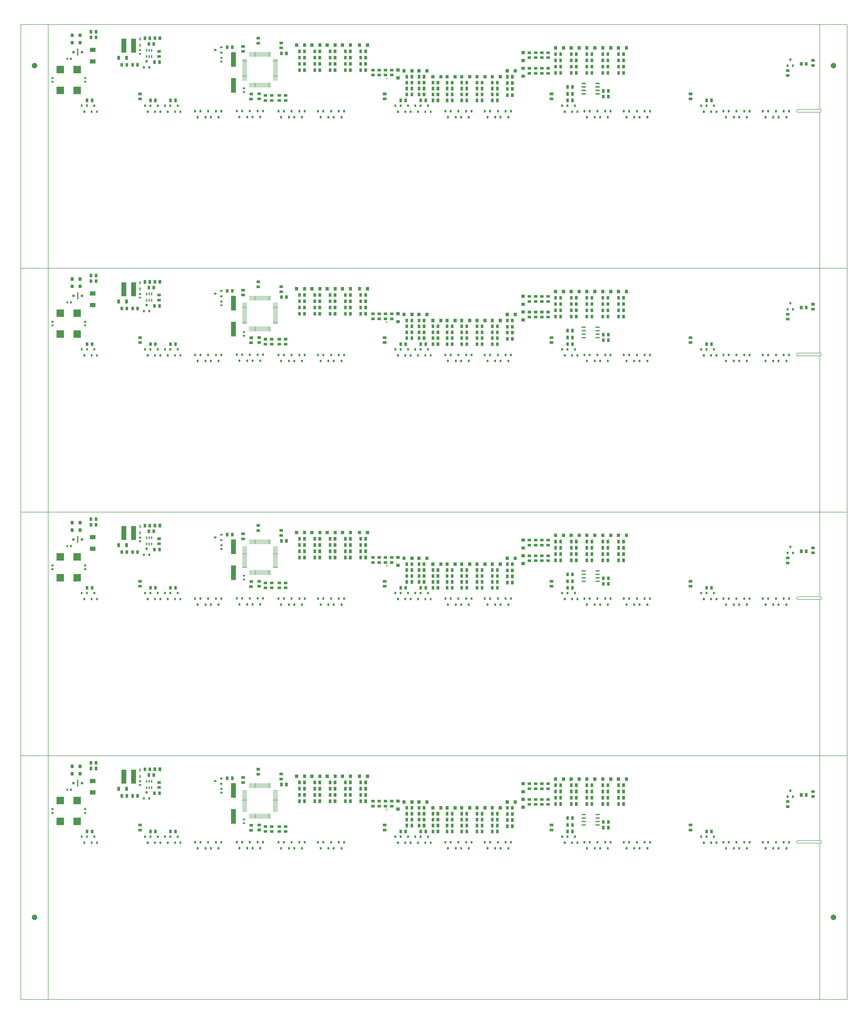
<source format=gbr>
*
%FSLAX26Y26*%
%MOIN*%
%ADD10R,0.106300X0.106300*%
%ADD11C,0.020000*%
%ADD12R,0.041000X0.041000*%
%ADD13R,0.070740X0.070740*%
%ADD14R,0.018000X0.018000*%
%ADD15R,0.071000X0.071000*%
%ADD16R,0.060000X0.060000*%
%ADD17R,0.037000X0.037000*%
%ADD18R,0.034000X0.034000*%
%ADD19R,0.007000X0.007000*%
%ADD20R,0.026000X0.026000*%
%ADD21R,0.028000X0.028000*%
%ADD22R,0.045180X0.045180*%
%ADD23R,0.025000X0.025000*%
%ADD24C,0.005906*%
%ADD25C,0.078740*%
%IPPOS*%
%LNs109858c04a0.tp*%
%LPD*%
G75*
G54D10*
X811140Y2859370D03*
Y2559370D03*
X566260D03*
Y2859370D03*
G54D11*
X5263700Y2729370D03*
X5243700Y2778370D03*
G54D12*
X1520790Y3018870D02*
Y3034870D01*
X1406610Y3018870D02*
Y3034870D01*
G54D13*
X1482300Y3136910D02*
Y3266830D01*
X1620100Y3136910D02*
Y3266830D01*
G54D14*
X1713700Y3285130D02*
Y3311130D01*
Y3192610D02*
Y3218610D01*
G54D15*
X3058900Y2561010D02*
Y2700010D01*
Y2935030D02*
Y3074030D01*
G54D16*
X1023700Y2976060D02*
X1043700D01*
X1023700Y3141420D02*
X1043700D01*
G54D17*
X11386700Y2916760D02*
X11400700D01*
X11386700Y2988760D02*
X11400700D01*
X9626500Y2508120D02*
X9640500D01*
X9626500Y2436120D02*
X9640500D01*
X7626500Y2508120D02*
X7640500D01*
X7626500Y2436120D02*
X7640500D01*
X5226500Y2508120D02*
X5240500D01*
X5226500Y2436120D02*
X5240500D01*
X5236700Y2850370D02*
X5250700D01*
X5236700Y2778370D02*
X5250700D01*
X1981700Y3047120D02*
X1995700D01*
X1981700Y3119120D02*
X1995700D01*
X11024200Y2772120D02*
X11038200D01*
X11024200Y2844120D02*
X11038200D01*
X5326700Y2778370D02*
X5340700D01*
X5326700Y2850370D02*
X5340700D01*
X7396700Y3100370D02*
X7410700D01*
X7396700Y3028370D02*
X7410700D01*
X7486700D02*
X7500700D01*
X7486700Y3100370D02*
X7500700D01*
X7306700Y3028370D02*
X7320700D01*
X7306700Y3100370D02*
X7320700D01*
X7396700Y2875370D02*
X7410700D01*
X7396700Y2803370D02*
X7410700D01*
X7486700D02*
X7500700D01*
X7486700Y2875370D02*
X7500700D01*
X7306700Y2803370D02*
X7320700D01*
X7306700Y2875370D02*
X7320700D01*
X3511700Y2413370D02*
X3525700D01*
X3511700Y2485370D02*
X3525700D01*
X3801700Y2413370D02*
X3815700D01*
X3801700Y2485370D02*
X3815700D01*
X5146700Y2778370D02*
X5160700D01*
X5146700Y2850370D02*
X5160700D01*
X5056700Y2778370D02*
X5070700D01*
X5056700Y2850370D02*
X5070700D01*
X7576700Y2803370D02*
X7590700D01*
X7576700Y2875370D02*
X7590700D01*
X7576700Y3028370D02*
X7590700D01*
X7576700Y3100370D02*
X7590700D01*
X3601700Y2485370D02*
X3615700D01*
X3601700Y2413370D02*
X3615700D01*
X3711700Y2485370D02*
X3725700D01*
X3711700Y2413370D02*
X3725700D01*
X3189400Y3119020D02*
X3203400D01*
X3189400Y3191020D02*
X3203400D01*
X3408150Y3237770D02*
X3422150D01*
X3408150Y3309770D02*
X3422150D01*
X3306700Y2505370D02*
X3320700D01*
X3302450Y2432370D02*
X3316450D01*
X3736700Y3168370D02*
X3750700D01*
X3736700Y3240370D02*
X3750700D01*
X3420650Y2508520D02*
X3434650D01*
X3420650Y2436520D02*
X3434650D01*
X1706950Y2508120D02*
X1720950D01*
X1706950Y2436120D02*
X1720950D01*
G54D18*
X756200Y3109370D03*
X881200D03*
G54D14*
X818700Y3068370D02*
Y3150370D01*
X8076700Y2657500D02*
X8115700D01*
X8076700Y2607500D02*
X8115700D01*
X8276700Y2657500D02*
X8315700D01*
X8276700Y2607500D02*
X8315700D01*
X8076700Y2557500D02*
X8115700D01*
X8076700Y2507500D02*
X8115700D01*
X8276700D02*
X8315700D01*
X8276700Y2557500D02*
X8315700D01*
X1844950Y3034070D02*
Y3054070D01*
Y3124650D02*
Y3144650D01*
X1882350Y3034100D02*
Y3054100D01*
X1807550Y3034100D02*
Y3054100D01*
X1882350Y3124650D02*
Y3144650D01*
X1807550Y3124650D02*
Y3144650D01*
G54D19*
X3449990Y2603550D02*
Y2665550D01*
X3430310Y2603550D02*
Y2665550D01*
Y3044490D02*
Y3106490D01*
X3449990Y3044490D02*
Y3106490D01*
X3410620Y2603550D02*
Y2665550D01*
X3390940Y2603550D02*
Y2665550D01*
X3371250Y2603550D02*
Y2665550D01*
X3351570Y2603550D02*
Y2665550D01*
X3331880Y2603550D02*
Y2665550D01*
X3312200Y2603550D02*
Y2665550D01*
X3292510Y2603550D02*
Y2665550D01*
Y3044490D02*
Y3106490D01*
X3312200Y3044490D02*
Y3106490D01*
X3331880Y3044490D02*
Y3106490D01*
X3351570Y3044490D02*
Y3106490D01*
X3371250Y3044490D02*
Y3106490D01*
X3390940Y3044490D02*
Y3106490D01*
X3410620Y3044490D02*
Y3106490D01*
X3587790Y2603550D02*
Y2665550D01*
X3568100Y2603550D02*
Y2665550D01*
X3548420Y2603550D02*
Y2665550D01*
X3528730Y2603550D02*
Y2665550D01*
X3509050Y2603550D02*
Y2665550D01*
X3489360Y2603550D02*
Y2665550D01*
X3469680Y2603550D02*
Y2665550D01*
Y3044490D02*
Y3106490D01*
X3489360Y3044490D02*
Y3106490D01*
X3509050Y3044490D02*
Y3106490D01*
X3528730Y3044490D02*
Y3106490D01*
X3548420Y3044490D02*
Y3106490D01*
X3568100Y3044490D02*
Y3106490D01*
X3587790Y3044490D02*
Y3106490D01*
X3188680Y2845180D02*
X3250680D01*
X3188680Y2864860D02*
X3250680D01*
X3629620D02*
X3691620D01*
X3629620Y2845180D02*
X3691620D01*
X3188680Y2707380D02*
X3250680D01*
X3188680Y2727070D02*
X3250680D01*
X3188680Y2746750D02*
X3250680D01*
X3188680Y2766440D02*
X3250680D01*
X3188680Y2786120D02*
X3250680D01*
X3188680Y2805810D02*
X3250680D01*
X3188680Y2825490D02*
X3250680D01*
X3188680Y2884550D02*
X3250680D01*
X3188680Y2904230D02*
X3250680D01*
X3188680Y2923920D02*
X3250680D01*
X3188680Y2943600D02*
X3250680D01*
X3188680Y2963290D02*
X3250680D01*
X3188680Y2982970D02*
X3250680D01*
X3188680Y3002660D02*
X3250680D01*
X3629620Y2825490D02*
X3691620D01*
X3629620Y2805810D02*
X3691620D01*
X3629620Y2786120D02*
X3691620D01*
X3629620Y2766440D02*
X3691620D01*
X3629620Y2746750D02*
X3691620D01*
X3629620Y2727070D02*
X3691620D01*
X3629620Y2707380D02*
X3691620D01*
X3629620Y3002660D02*
X3691620D01*
X3629620Y2982970D02*
X3691620D01*
X3629620Y2963290D02*
X3691620D01*
X3629620Y2943600D02*
X3691620D01*
X3629620Y2923920D02*
X3691620D01*
X3629620Y2904230D02*
X3691620D01*
X3629620Y2884550D02*
X3691620D01*
G54D20*
X2879310Y3100980D02*
X2887310D01*
X2879310Y3177760D02*
X2887310D01*
G54D21*
X2793690Y3139370D02*
X2799690D01*
G54D22*
X5421730Y2851460D02*
X5425670D01*
X5421730Y2737280D02*
X5425670D01*
X7221730Y3101460D02*
X7225670D01*
X7221730Y2987280D02*
X7225670D01*
X7221730Y2876460D02*
X7225670D01*
X7221730Y2762280D02*
X7225670D01*
G54D17*
X1607450Y2919870D02*
Y2933870D01*
X1679450Y2919870D02*
Y2933870D01*
X8378950Y2463000D02*
Y2477000D01*
X8450950Y2463000D02*
Y2477000D01*
Y2544250D02*
Y2558250D01*
X8378950Y2544250D02*
Y2558250D01*
X11298450Y2932370D02*
Y2946370D01*
X11226450Y2932370D02*
Y2946370D01*
X7863950Y2407370D02*
Y2421370D01*
X7935950Y2407370D02*
Y2421370D01*
X7692700Y2982370D02*
Y2996370D01*
X7764700Y2982370D02*
Y2996370D01*
Y2892370D02*
Y2906370D01*
X7692700Y2892370D02*
Y2906370D01*
X7764700Y3072370D02*
Y3086370D01*
X7692700Y3072370D02*
Y3086370D01*
X5751450Y2407370D02*
Y2421370D01*
X5823450Y2407370D02*
Y2421370D01*
X5463950Y2407370D02*
Y2421370D01*
X5535950Y2407370D02*
Y2421370D01*
X4887700Y2932370D02*
Y2946370D01*
X4959700Y2932370D02*
Y2946370D01*
X7917700Y2982370D02*
Y2996370D01*
X7989700Y2982370D02*
Y2996370D01*
Y2892370D02*
Y2906370D01*
X7917700Y2892370D02*
Y2906370D01*
X7989700Y3072370D02*
Y3086370D01*
X7917700Y3072370D02*
Y3086370D01*
X6997700Y2657370D02*
Y2671370D01*
X7069700Y2657370D02*
Y2671370D01*
Y2572370D02*
Y2586370D01*
X6997700Y2572370D02*
Y2586370D01*
X7069700Y2747370D02*
Y2761370D01*
X6997700Y2747370D02*
Y2761370D01*
X951450Y2407370D02*
Y2421370D01*
X1023450Y2407370D02*
Y2421370D01*
X8142700Y2982370D02*
Y2996370D01*
X8214700Y2982370D02*
Y2996370D01*
Y2892370D02*
Y2906370D01*
X8142700Y2892370D02*
Y2906370D01*
X2151450Y2407370D02*
Y2421370D01*
X2223450Y2407370D02*
Y2421370D01*
X8214700Y3072370D02*
Y3086370D01*
X8142700Y3072370D02*
Y3086370D01*
X8372700Y2982370D02*
Y2996370D01*
X8444700Y2982370D02*
Y2996370D01*
Y2892370D02*
Y2906370D01*
X8372700Y2892370D02*
Y2906370D01*
X8444700Y3072370D02*
Y3086370D01*
X8372700Y3072370D02*
Y3086370D01*
X6782700Y2577370D02*
Y2591370D01*
X6854700Y2577370D02*
Y2591370D01*
Y2492370D02*
Y2506370D01*
X6782700Y2492370D02*
Y2506370D01*
X6854700Y2662370D02*
Y2676370D01*
X6782700Y2662370D02*
Y2676370D01*
X8597700Y2982370D02*
Y2996370D01*
X8669700Y2982370D02*
Y2996370D01*
Y2892370D02*
Y2906370D01*
X8597700Y2892370D02*
Y2906370D01*
X8669700Y3072370D02*
Y3086370D01*
X8597700Y3072370D02*
Y3086370D01*
X1921450Y2957370D02*
Y2971370D01*
X1993450Y2957370D02*
Y2971370D01*
X6562700Y2577370D02*
Y2591370D01*
X6634700Y2577370D02*
Y2591370D01*
Y2492370D02*
Y2506370D01*
X6562700Y2492370D02*
Y2506370D01*
X6634700Y2662370D02*
Y2676370D01*
X6562700Y2662370D02*
Y2676370D01*
X9863950Y2407370D02*
Y2421370D01*
X9935950Y2407370D02*
Y2421370D01*
X7863950Y2601120D02*
Y2615120D01*
X7935950Y2601120D02*
Y2615120D01*
X7863950Y2501120D02*
Y2515120D01*
X7935950Y2501120D02*
Y2515120D01*
X4959700Y3022370D02*
Y3036370D01*
X4887700Y3022370D02*
Y3036370D01*
X1863950Y2407370D02*
Y2421370D01*
X1935950Y2407370D02*
Y2421370D01*
X4887700Y3112370D02*
Y3126370D01*
X4959700Y3112370D02*
Y3126370D01*
X3041000Y3172340D02*
Y3186340D01*
X2969000Y3172340D02*
Y3186340D01*
X6414700Y2492370D02*
Y2506370D01*
X6342700Y2492370D02*
Y2506370D01*
Y2577370D02*
Y2591370D01*
X6414700Y2577370D02*
Y2591370D01*
Y2662370D02*
Y2676370D01*
X6342700Y2662370D02*
Y2676370D01*
X4227700Y2932370D02*
Y2946370D01*
X4299700Y2932370D02*
Y2946370D01*
Y3022370D02*
Y3036370D01*
X4227700Y3022370D02*
Y3036370D01*
Y3112370D02*
Y3126370D01*
X4299700Y3112370D02*
Y3126370D01*
X6204700Y2492370D02*
Y2506370D01*
X6132700Y2492370D02*
Y2506370D01*
Y2577370D02*
Y2591370D01*
X6204700Y2577370D02*
Y2591370D01*
Y2662370D02*
Y2676370D01*
X6132700Y2662370D02*
Y2676370D01*
X4447700Y2932370D02*
Y2946370D01*
X4519700Y2932370D02*
Y2946370D01*
Y3022370D02*
Y3036370D01*
X4447700Y3022370D02*
Y3036370D01*
Y3112370D02*
Y3126370D01*
X4519700Y3112370D02*
Y3126370D01*
X5999700Y2492370D02*
Y2506370D01*
X5927700Y2492370D02*
Y2506370D01*
Y2577370D02*
Y2591370D01*
X5999700Y2577370D02*
Y2591370D01*
Y2662370D02*
Y2676370D01*
X5927700Y2662370D02*
Y2676370D01*
X5552700Y2577370D02*
Y2591370D01*
X5624700Y2577370D02*
Y2591370D01*
Y2662370D02*
Y2676370D01*
X5552700Y2662370D02*
Y2676370D01*
Y2747370D02*
Y2761370D01*
X5624700Y2747370D02*
Y2761370D01*
X1008950Y3313000D02*
Y3327000D01*
X1080950Y3313000D02*
Y3327000D01*
X4007700Y2932370D02*
Y2946370D01*
X4079700Y2932370D02*
Y2946370D01*
Y3022370D02*
Y3036370D01*
X4007700Y3022370D02*
Y3036370D01*
Y3112370D02*
Y3126370D01*
X4079700Y3112370D02*
Y3126370D01*
X4667700Y2932370D02*
Y2946370D01*
X4739700Y2932370D02*
Y2946370D01*
Y3022370D02*
Y3036370D01*
X4667700Y3022370D02*
Y3036370D01*
Y3112370D02*
Y3126370D01*
X4739700Y3112370D02*
Y3126370D01*
X5799700Y2577370D02*
Y2591370D01*
X5727700Y2577370D02*
Y2591370D01*
Y2662370D02*
Y2676370D01*
X5799700Y2662370D02*
Y2676370D01*
Y2747370D02*
Y2761370D01*
X5727700Y2747370D02*
Y2761370D01*
X1008950Y3394250D02*
Y3408250D01*
X1080950Y3394250D02*
Y3408250D01*
X5799700Y2492370D02*
Y2506370D01*
X5727700Y2492370D02*
Y2506370D01*
X1783950Y3301120D02*
Y3315120D01*
X1855950Y3301120D02*
Y3315120D01*
X4887700Y2842370D02*
Y2856370D01*
X4959700Y2842370D02*
Y2856370D01*
X1927700Y3302370D02*
Y3316370D01*
X1999700Y3302370D02*
Y3316370D01*
X7764700Y2802370D02*
Y2816370D01*
X7692700Y2802370D02*
Y2816370D01*
X7989700Y2802370D02*
Y2816370D01*
X7917700Y2802370D02*
Y2816370D01*
X7069700Y2482370D02*
Y2496370D01*
X6997700Y2482370D02*
Y2496370D01*
X8214700Y2802370D02*
Y2816370D01*
X8142700Y2802370D02*
Y2816370D01*
X8444700Y2802370D02*
Y2816370D01*
X8372700Y2802370D02*
Y2816370D01*
X6854700Y2407370D02*
Y2421370D01*
X6782700Y2407370D02*
Y2421370D01*
X8669700Y2802370D02*
Y2816370D01*
X8597700Y2802370D02*
Y2816370D01*
X1524700Y2919870D02*
Y2933870D01*
X1452700Y2919870D02*
Y2933870D01*
X6634700Y2407370D02*
Y2421370D01*
X6562700Y2407370D02*
Y2421370D01*
X6414700Y2407370D02*
Y2421370D01*
X6342700Y2407370D02*
Y2421370D01*
X3819700Y3082370D02*
Y3096370D01*
X3747700Y3082370D02*
Y3096370D01*
X4227700Y2842370D02*
Y2856370D01*
X4299700Y2842370D02*
Y2856370D01*
X6204700Y2407370D02*
Y2421370D01*
X6132700Y2407370D02*
Y2421370D01*
X4447700Y2842370D02*
Y2856370D01*
X4519700Y2842370D02*
Y2856370D01*
X5999700Y2407370D02*
Y2421370D01*
X5927700Y2407370D02*
Y2421370D01*
X5552700Y2492370D02*
Y2506370D01*
X5624700Y2492370D02*
Y2506370D01*
X4007700Y2842370D02*
Y2856370D01*
X4079700Y2842370D02*
Y2856370D01*
X4667700Y2842370D02*
Y2856370D01*
X4739700Y2842370D02*
Y2856370D01*
X1912200Y3219870D02*
Y3233870D01*
X1840200Y3219870D02*
Y3233870D01*
G54D23*
X720100Y3011870D02*
Y3016870D01*
X667300Y3011870D02*
Y3016870D01*
X453040Y2735890D02*
X458040D01*
X453040Y2683090D02*
X458040D01*
X1711200Y3083120D02*
X1716200D01*
X1711200Y3135920D02*
X1716200D01*
X2882500Y3025740D02*
X2887500D01*
X2882500Y2972940D02*
X2887500D01*
X3206400Y2587670D02*
X3211400D01*
X3206400Y2534870D02*
X3211400D01*
X921200Y2735770D02*
X926200D01*
X921200Y2682970D02*
X926200D01*
G54D21*
X1807450Y2973430D02*
Y2979430D01*
X3743700Y2169830D02*
Y2175830D01*
X913060Y2249930D02*
Y2255930D01*
X9824950Y2249310D02*
Y2255310D01*
X2843700Y2169830D02*
Y2175830D01*
X2543700Y2169830D02*
Y2175830D01*
X5424950Y2249310D02*
Y2255310D01*
X11068700Y2998430D02*
Y3004430D01*
X7824950Y2249310D02*
Y2255310D01*
X5712450Y2249310D02*
Y2255310D01*
X2112450Y2249310D02*
Y2255310D01*
X4612450Y2169830D02*
Y2175830D01*
X3143700Y2171610D02*
Y2177610D01*
X3443700Y2171610D02*
Y2177610D01*
X11012450Y2169830D02*
Y2175830D01*
X10712450Y2169830D02*
Y2175830D01*
X10443700Y2169830D02*
Y2175830D01*
X10143700Y2169830D02*
Y2175830D01*
X9012450Y2169830D02*
Y2175830D01*
X8712450Y2169830D02*
Y2175830D01*
X8443700Y2169830D02*
Y2175830D01*
X8143700Y2169830D02*
Y2175830D01*
X7012450Y2169830D02*
Y2175830D01*
X6712450Y2169830D02*
Y2175830D01*
X6443700Y2169830D02*
Y2175830D01*
X6143700Y2169830D02*
Y2175830D01*
X4312450Y2169830D02*
Y2175830D01*
X4043700Y2169830D02*
Y2175830D01*
X1824950Y2249310D02*
Y2255310D01*
X2693700Y2256450D02*
Y2262450D01*
X5568700Y2335930D02*
Y2341930D01*
X2256200Y2335930D02*
Y2341930D01*
X10862450Y2256450D02*
Y2262450D01*
X7968700Y2335930D02*
Y2341930D01*
X1968700Y2335930D02*
Y2341930D01*
X5856200Y2335930D02*
Y2341930D01*
X1056200Y2335930D02*
Y2341930D01*
X9968700Y2335930D02*
Y2341930D01*
X10293700Y2256450D02*
Y2262450D01*
X8862450Y2256450D02*
Y2262450D01*
X8293700Y2256450D02*
Y2262450D01*
X6862450Y2256450D02*
Y2262450D01*
X6293700Y2256450D02*
Y2262450D01*
X4462450Y2256450D02*
Y2262450D01*
X3893700Y2256450D02*
Y2262450D01*
X3293700Y2258220D02*
Y2264220D01*
G54D20*
X1845840Y2885810D02*
Y2893810D01*
X1769060Y2885810D02*
Y2893810D01*
X3782090Y2255450D02*
Y2263450D01*
X3705310Y2255450D02*
Y2263450D01*
X951450Y2335540D02*
Y2343540D01*
X874680Y2335540D02*
Y2343540D01*
X9863340Y2334930D02*
Y2342930D01*
X9786560Y2334930D02*
Y2342930D01*
X2882090Y2255450D02*
Y2263450D01*
X2805310Y2255450D02*
Y2263450D01*
X2582090Y2255450D02*
Y2263450D01*
X2505310Y2255450D02*
Y2263450D01*
X5463340Y2334930D02*
Y2342930D01*
X5386560Y2334930D02*
Y2342930D01*
X11030310Y2910810D02*
Y2918810D01*
X11107090Y2910810D02*
Y2918810D01*
X7863340Y2334930D02*
Y2342930D01*
X7786560Y2334930D02*
Y2342930D01*
X5750840Y2334930D02*
Y2342930D01*
X5674060Y2334930D02*
Y2342930D01*
X2150840Y2334930D02*
Y2342930D01*
X2074060Y2334930D02*
Y2342930D01*
X4650840Y2255450D02*
Y2263450D01*
X4574060Y2255450D02*
Y2263450D01*
X3182090Y2257220D02*
Y2265220D01*
X3105310Y2257220D02*
Y2265220D01*
X3482090Y2257220D02*
Y2265220D01*
X3405310Y2257220D02*
Y2265220D01*
X11050840Y2255450D02*
Y2263450D01*
X10974060Y2255450D02*
Y2263450D01*
X10750840Y2255450D02*
Y2263450D01*
X10674060Y2255450D02*
Y2263450D01*
X10482090Y2255450D02*
Y2263450D01*
X10405310Y2255450D02*
Y2263450D01*
X10182090Y2255450D02*
Y2263450D01*
X10105310Y2255450D02*
Y2263450D01*
X9050840Y2255450D02*
Y2263450D01*
X8974060Y2255450D02*
Y2263450D01*
X8750840Y2255450D02*
Y2263450D01*
X8674060Y2255450D02*
Y2263450D01*
X8482090Y2255450D02*
Y2263450D01*
X8405310Y2255450D02*
Y2263450D01*
X8182090Y2255450D02*
Y2263450D01*
X8105310Y2255450D02*
Y2263450D01*
X7050840Y2255450D02*
Y2263450D01*
X6974060Y2255450D02*
Y2263450D01*
X6750840Y2255450D02*
Y2263450D01*
X6674060Y2255450D02*
Y2263450D01*
X6482090Y2255450D02*
Y2263450D01*
X6405310Y2255450D02*
Y2263450D01*
X6182090Y2255450D02*
Y2263450D01*
X6105310Y2255450D02*
Y2263450D01*
X4350840Y2255450D02*
Y2263450D01*
X4274060Y2255450D02*
Y2263450D01*
X4082090Y2255450D02*
Y2263450D01*
X4005310Y2255450D02*
Y2263450D01*
X1863340Y2334930D02*
Y2342930D01*
X1786560Y2334930D02*
Y2342930D01*
X2655310Y2168830D02*
Y2176830D01*
X2732090Y2168830D02*
Y2176830D01*
X5530310Y2248310D02*
Y2256310D01*
X5607090Y2248310D02*
Y2256310D01*
X2217810Y2248310D02*
Y2256310D01*
X2294590Y2248310D02*
Y2256310D01*
X10824060Y2168830D02*
Y2176830D01*
X10900840Y2168830D02*
Y2176830D01*
X7930310Y2248310D02*
Y2256310D01*
X8007090Y2248310D02*
Y2256310D01*
X1930310Y2248310D02*
Y2256310D01*
X2007090Y2248310D02*
Y2256310D01*
X5817810Y2248310D02*
Y2256310D01*
X5894590Y2248310D02*
Y2256310D01*
X1017810Y2248310D02*
Y2256310D01*
X1094590Y2248310D02*
Y2256310D01*
X9930310Y2248310D02*
Y2256310D01*
X10007090Y2248310D02*
Y2256310D01*
X10255310Y2168830D02*
Y2176830D01*
X10332090Y2168830D02*
Y2176830D01*
X8824060Y2168830D02*
Y2176830D01*
X8900840Y2168830D02*
Y2176830D01*
X8255310Y2168830D02*
Y2176830D01*
X8332090Y2168830D02*
Y2176830D01*
X6824060Y2168830D02*
Y2176830D01*
X6900840Y2168830D02*
Y2176830D01*
X6255310Y2168830D02*
Y2176830D01*
X6332090Y2168830D02*
Y2176830D01*
X4424060Y2168830D02*
Y2176830D01*
X4500840Y2168830D02*
Y2176830D01*
X3855310Y2168830D02*
Y2176830D01*
X3932090Y2168830D02*
Y2176830D01*
X3255310Y2170610D02*
Y2178610D01*
X3332090Y2170610D02*
Y2178610D01*
G54D22*
X5726610Y2837400D02*
Y2841340D01*
X5840790Y2837400D02*
Y2841340D01*
X7691610Y3167400D02*
Y3171340D01*
X7805790Y3167400D02*
Y3171340D01*
X4985790Y3207400D02*
Y3211340D01*
X4871610Y3207400D02*
Y3211340D01*
X7916610Y3167400D02*
Y3171340D01*
X8030790Y3167400D02*
Y3171340D01*
X6996610Y2837400D02*
Y2841340D01*
X7110790Y2837400D02*
Y2841340D01*
X8141610Y3167400D02*
Y3171340D01*
X8255790Y3167400D02*
Y3171340D01*
X737860Y3243030D02*
Y3246970D01*
X852040Y3243030D02*
Y3246970D01*
X8371610Y3167400D02*
Y3171340D01*
X8485790Y3167400D02*
Y3171340D01*
X6781610Y2752400D02*
Y2756340D01*
X6895790Y2752400D02*
Y2756340D01*
X8596610Y3167400D02*
Y3171340D01*
X8710790Y3167400D02*
Y3171340D01*
X6561610Y2752400D02*
Y2756340D01*
X6675790Y2752400D02*
Y2756340D01*
X6341610Y2752400D02*
Y2756340D01*
X6455790Y2752400D02*
Y2756340D01*
X4300790Y3207400D02*
Y3211340D01*
X4186610Y3207400D02*
Y3211340D01*
X6131610Y2752400D02*
Y2756340D01*
X6245790Y2752400D02*
Y2756340D01*
X4520790Y3207400D02*
Y3211340D01*
X4406610Y3207400D02*
Y3211340D01*
X5926610Y2752400D02*
Y2756340D01*
X6040790Y2752400D02*
Y2756340D01*
X5625790Y2837400D02*
Y2841340D01*
X5511610Y2837400D02*
Y2841340D01*
X4080790Y3207400D02*
Y3211340D01*
X3966610Y3207400D02*
Y3211340D01*
X4740790Y3207400D02*
Y3211340D01*
X4626610Y3207400D02*
Y3211340D01*
X737860Y3349280D02*
Y3353220D01*
X852040Y3349280D02*
Y3353220D01*
G54D24*
X11178900Y2245280D03*
Y2284650D02*
X11174529Y2284159D01*
X11170376Y2282709D01*
X11166649Y2280373D01*
X11163533Y2277268D01*
X11161185Y2273549D01*
X11159721Y2269401D01*
X11159215Y2265032D01*
X11159692Y2260659D01*
X11161127Y2256502D01*
X11163450Y2252766D01*
X11166545Y2249640D01*
X11170256Y2247280D01*
X11174399Y2245802D01*
X11178766Y2245281D01*
X11178900Y2245280D01*
Y2245280D02*
X11493700D01*
Y0D01*
X393700D01*
Y3503940D01*
X11493700D01*
Y2284650D01*
X11178900D01*
G54D10*
X811140Y6363310D03*
Y6063310D03*
X566260D03*
Y6363310D03*
G54D11*
X5263700Y6233310D03*
X5243700Y6282310D03*
G54D12*
X1520790Y6522810D02*
Y6538810D01*
X1406610Y6522810D02*
Y6538810D01*
G54D13*
X1482300Y6640850D02*
Y6770770D01*
X1620100Y6640850D02*
Y6770770D01*
G54D14*
X1713700Y6789070D02*
Y6815070D01*
Y6696550D02*
Y6722550D01*
G54D15*
X3058900Y6064950D02*
Y6203950D01*
Y6438970D02*
Y6577970D01*
G54D16*
X1023700Y6480000D02*
X1043700D01*
X1023700Y6645360D02*
X1043700D01*
G54D17*
X11386700Y6420700D02*
X11400700D01*
X11386700Y6492700D02*
X11400700D01*
X9626500Y6012060D02*
X9640500D01*
X9626500Y5940060D02*
X9640500D01*
X7626500Y6012060D02*
X7640500D01*
X7626500Y5940060D02*
X7640500D01*
X5226500Y6012060D02*
X5240500D01*
X5226500Y5940060D02*
X5240500D01*
X5236700Y6354310D02*
X5250700D01*
X5236700Y6282310D02*
X5250700D01*
X1981700Y6551060D02*
X1995700D01*
X1981700Y6623060D02*
X1995700D01*
X11024200Y6276060D02*
X11038200D01*
X11024200Y6348060D02*
X11038200D01*
X5326700Y6282310D02*
X5340700D01*
X5326700Y6354310D02*
X5340700D01*
X7396700Y6604310D02*
X7410700D01*
X7396700Y6532310D02*
X7410700D01*
X7486700D02*
X7500700D01*
X7486700Y6604310D02*
X7500700D01*
X7306700Y6532310D02*
X7320700D01*
X7306700Y6604310D02*
X7320700D01*
X7396700Y6379310D02*
X7410700D01*
X7396700Y6307310D02*
X7410700D01*
X7486700D02*
X7500700D01*
X7486700Y6379310D02*
X7500700D01*
X7306700Y6307310D02*
X7320700D01*
X7306700Y6379310D02*
X7320700D01*
X3511700Y5917310D02*
X3525700D01*
X3511700Y5989310D02*
X3525700D01*
X3801700Y5917310D02*
X3815700D01*
X3801700Y5989310D02*
X3815700D01*
X5146700Y6282310D02*
X5160700D01*
X5146700Y6354310D02*
X5160700D01*
X5056700Y6282310D02*
X5070700D01*
X5056700Y6354310D02*
X5070700D01*
X7576700Y6307310D02*
X7590700D01*
X7576700Y6379310D02*
X7590700D01*
X7576700Y6532310D02*
X7590700D01*
X7576700Y6604310D02*
X7590700D01*
X3601700Y5989310D02*
X3615700D01*
X3601700Y5917310D02*
X3615700D01*
X3711700Y5989310D02*
X3725700D01*
X3711700Y5917310D02*
X3725700D01*
X3189400Y6622960D02*
X3203400D01*
X3189400Y6694960D02*
X3203400D01*
X3408150Y6741710D02*
X3422150D01*
X3408150Y6813710D02*
X3422150D01*
X3306700Y6009310D02*
X3320700D01*
X3302450Y5936310D02*
X3316450D01*
X3736700Y6672310D02*
X3750700D01*
X3736700Y6744310D02*
X3750700D01*
X3420650Y6012460D02*
X3434650D01*
X3420650Y5940460D02*
X3434650D01*
X1706950Y6012060D02*
X1720950D01*
X1706950Y5940060D02*
X1720950D01*
G54D18*
X756200Y6613310D03*
X881200D03*
G54D14*
X818700Y6572310D02*
Y6654310D01*
X8076700Y6161440D02*
X8115700D01*
X8076700Y6111440D02*
X8115700D01*
X8276700Y6161440D02*
X8315700D01*
X8276700Y6111440D02*
X8315700D01*
X8076700Y6061440D02*
X8115700D01*
X8076700Y6011440D02*
X8115700D01*
X8276700D02*
X8315700D01*
X8276700Y6061440D02*
X8315700D01*
X1844950Y6538010D02*
Y6558010D01*
Y6628590D02*
Y6648590D01*
X1882350Y6538040D02*
Y6558040D01*
X1807550Y6538040D02*
Y6558040D01*
X1882350Y6628590D02*
Y6648590D01*
X1807550Y6628590D02*
Y6648590D01*
G54D19*
X3449990Y6107490D02*
Y6169490D01*
X3430310Y6107490D02*
Y6169490D01*
Y6548430D02*
Y6610430D01*
X3449990Y6548430D02*
Y6610430D01*
X3410620Y6107490D02*
Y6169490D01*
X3390940Y6107490D02*
Y6169490D01*
X3371250Y6107490D02*
Y6169490D01*
X3351570Y6107490D02*
Y6169490D01*
X3331880Y6107490D02*
Y6169490D01*
X3312200Y6107490D02*
Y6169490D01*
X3292510Y6107490D02*
Y6169490D01*
Y6548430D02*
Y6610430D01*
X3312200Y6548430D02*
Y6610430D01*
X3331880Y6548430D02*
Y6610430D01*
X3351570Y6548430D02*
Y6610430D01*
X3371250Y6548430D02*
Y6610430D01*
X3390940Y6548430D02*
Y6610430D01*
X3410620Y6548430D02*
Y6610430D01*
X3587790Y6107490D02*
Y6169490D01*
X3568100Y6107490D02*
Y6169490D01*
X3548420Y6107490D02*
Y6169490D01*
X3528730Y6107490D02*
Y6169490D01*
X3509050Y6107490D02*
Y6169490D01*
X3489360Y6107490D02*
Y6169490D01*
X3469680Y6107490D02*
Y6169490D01*
Y6548430D02*
Y6610430D01*
X3489360Y6548430D02*
Y6610430D01*
X3509050Y6548430D02*
Y6610430D01*
X3528730Y6548430D02*
Y6610430D01*
X3548420Y6548430D02*
Y6610430D01*
X3568100Y6548430D02*
Y6610430D01*
X3587790Y6548430D02*
Y6610430D01*
X3188680Y6349120D02*
X3250680D01*
X3188680Y6368800D02*
X3250680D01*
X3629620D02*
X3691620D01*
X3629620Y6349120D02*
X3691620D01*
X3188680Y6211320D02*
X3250680D01*
X3188680Y6231010D02*
X3250680D01*
X3188680Y6250690D02*
X3250680D01*
X3188680Y6270380D02*
X3250680D01*
X3188680Y6290060D02*
X3250680D01*
X3188680Y6309750D02*
X3250680D01*
X3188680Y6329430D02*
X3250680D01*
X3188680Y6388490D02*
X3250680D01*
X3188680Y6408170D02*
X3250680D01*
X3188680Y6427860D02*
X3250680D01*
X3188680Y6447540D02*
X3250680D01*
X3188680Y6467230D02*
X3250680D01*
X3188680Y6486910D02*
X3250680D01*
X3188680Y6506600D02*
X3250680D01*
X3629620Y6329430D02*
X3691620D01*
X3629620Y6309750D02*
X3691620D01*
X3629620Y6290060D02*
X3691620D01*
X3629620Y6270380D02*
X3691620D01*
X3629620Y6250690D02*
X3691620D01*
X3629620Y6231010D02*
X3691620D01*
X3629620Y6211320D02*
X3691620D01*
X3629620Y6506600D02*
X3691620D01*
X3629620Y6486910D02*
X3691620D01*
X3629620Y6467230D02*
X3691620D01*
X3629620Y6447540D02*
X3691620D01*
X3629620Y6427860D02*
X3691620D01*
X3629620Y6408170D02*
X3691620D01*
X3629620Y6388490D02*
X3691620D01*
G54D20*
X2879310Y6604920D02*
X2887310D01*
X2879310Y6681700D02*
X2887310D01*
G54D21*
X2793690Y6643310D02*
X2799690D01*
G54D22*
X5421730Y6355400D02*
X5425670D01*
X5421730Y6241220D02*
X5425670D01*
X7221730Y6605400D02*
X7225670D01*
X7221730Y6491220D02*
X7225670D01*
X7221730Y6380400D02*
X7225670D01*
X7221730Y6266220D02*
X7225670D01*
G54D17*
X1607450Y6423810D02*
Y6437810D01*
X1679450Y6423810D02*
Y6437810D01*
X8378950Y5966940D02*
Y5980940D01*
X8450950Y5966940D02*
Y5980940D01*
Y6048190D02*
Y6062190D01*
X8378950Y6048190D02*
Y6062190D01*
X11298450Y6436310D02*
Y6450310D01*
X11226450Y6436310D02*
Y6450310D01*
X7863950Y5911310D02*
Y5925310D01*
X7935950Y5911310D02*
Y5925310D01*
X7692700Y6486310D02*
Y6500310D01*
X7764700Y6486310D02*
Y6500310D01*
Y6396310D02*
Y6410310D01*
X7692700Y6396310D02*
Y6410310D01*
X7764700Y6576310D02*
Y6590310D01*
X7692700Y6576310D02*
Y6590310D01*
X5751450Y5911310D02*
Y5925310D01*
X5823450Y5911310D02*
Y5925310D01*
X5463950Y5911310D02*
Y5925310D01*
X5535950Y5911310D02*
Y5925310D01*
X4887700Y6436310D02*
Y6450310D01*
X4959700Y6436310D02*
Y6450310D01*
X7917700Y6486310D02*
Y6500310D01*
X7989700Y6486310D02*
Y6500310D01*
Y6396310D02*
Y6410310D01*
X7917700Y6396310D02*
Y6410310D01*
X7989700Y6576310D02*
Y6590310D01*
X7917700Y6576310D02*
Y6590310D01*
X6997700Y6161310D02*
Y6175310D01*
X7069700Y6161310D02*
Y6175310D01*
Y6076310D02*
Y6090310D01*
X6997700Y6076310D02*
Y6090310D01*
X7069700Y6251310D02*
Y6265310D01*
X6997700Y6251310D02*
Y6265310D01*
X951450Y5911310D02*
Y5925310D01*
X1023450Y5911310D02*
Y5925310D01*
X8142700Y6486310D02*
Y6500310D01*
X8214700Y6486310D02*
Y6500310D01*
Y6396310D02*
Y6410310D01*
X8142700Y6396310D02*
Y6410310D01*
X2151450Y5911310D02*
Y5925310D01*
X2223450Y5911310D02*
Y5925310D01*
X8214700Y6576310D02*
Y6590310D01*
X8142700Y6576310D02*
Y6590310D01*
X8372700Y6486310D02*
Y6500310D01*
X8444700Y6486310D02*
Y6500310D01*
Y6396310D02*
Y6410310D01*
X8372700Y6396310D02*
Y6410310D01*
X8444700Y6576310D02*
Y6590310D01*
X8372700Y6576310D02*
Y6590310D01*
X6782700Y6081310D02*
Y6095310D01*
X6854700Y6081310D02*
Y6095310D01*
Y5996310D02*
Y6010310D01*
X6782700Y5996310D02*
Y6010310D01*
X6854700Y6166310D02*
Y6180310D01*
X6782700Y6166310D02*
Y6180310D01*
X8597700Y6486310D02*
Y6500310D01*
X8669700Y6486310D02*
Y6500310D01*
Y6396310D02*
Y6410310D01*
X8597700Y6396310D02*
Y6410310D01*
X8669700Y6576310D02*
Y6590310D01*
X8597700Y6576310D02*
Y6590310D01*
X1921450Y6461310D02*
Y6475310D01*
X1993450Y6461310D02*
Y6475310D01*
X6562700Y6081310D02*
Y6095310D01*
X6634700Y6081310D02*
Y6095310D01*
Y5996310D02*
Y6010310D01*
X6562700Y5996310D02*
Y6010310D01*
X6634700Y6166310D02*
Y6180310D01*
X6562700Y6166310D02*
Y6180310D01*
X9863950Y5911310D02*
Y5925310D01*
X9935950Y5911310D02*
Y5925310D01*
X7863950Y6105060D02*
Y6119060D01*
X7935950Y6105060D02*
Y6119060D01*
X7863950Y6005060D02*
Y6019060D01*
X7935950Y6005060D02*
Y6019060D01*
X4959700Y6526310D02*
Y6540310D01*
X4887700Y6526310D02*
Y6540310D01*
X1863950Y5911310D02*
Y5925310D01*
X1935950Y5911310D02*
Y5925310D01*
X4887700Y6616310D02*
Y6630310D01*
X4959700Y6616310D02*
Y6630310D01*
X3041000Y6676280D02*
Y6690280D01*
X2969000Y6676280D02*
Y6690280D01*
X6414700Y5996310D02*
Y6010310D01*
X6342700Y5996310D02*
Y6010310D01*
Y6081310D02*
Y6095310D01*
X6414700Y6081310D02*
Y6095310D01*
Y6166310D02*
Y6180310D01*
X6342700Y6166310D02*
Y6180310D01*
X4227700Y6436310D02*
Y6450310D01*
X4299700Y6436310D02*
Y6450310D01*
Y6526310D02*
Y6540310D01*
X4227700Y6526310D02*
Y6540310D01*
Y6616310D02*
Y6630310D01*
X4299700Y6616310D02*
Y6630310D01*
X6204700Y5996310D02*
Y6010310D01*
X6132700Y5996310D02*
Y6010310D01*
Y6081310D02*
Y6095310D01*
X6204700Y6081310D02*
Y6095310D01*
Y6166310D02*
Y6180310D01*
X6132700Y6166310D02*
Y6180310D01*
X4447700Y6436310D02*
Y6450310D01*
X4519700Y6436310D02*
Y6450310D01*
Y6526310D02*
Y6540310D01*
X4447700Y6526310D02*
Y6540310D01*
Y6616310D02*
Y6630310D01*
X4519700Y6616310D02*
Y6630310D01*
X5999700Y5996310D02*
Y6010310D01*
X5927700Y5996310D02*
Y6010310D01*
Y6081310D02*
Y6095310D01*
X5999700Y6081310D02*
Y6095310D01*
Y6166310D02*
Y6180310D01*
X5927700Y6166310D02*
Y6180310D01*
X5552700Y6081310D02*
Y6095310D01*
X5624700Y6081310D02*
Y6095310D01*
Y6166310D02*
Y6180310D01*
X5552700Y6166310D02*
Y6180310D01*
Y6251310D02*
Y6265310D01*
X5624700Y6251310D02*
Y6265310D01*
X1008950Y6816940D02*
Y6830940D01*
X1080950Y6816940D02*
Y6830940D01*
X4007700Y6436310D02*
Y6450310D01*
X4079700Y6436310D02*
Y6450310D01*
Y6526310D02*
Y6540310D01*
X4007700Y6526310D02*
Y6540310D01*
Y6616310D02*
Y6630310D01*
X4079700Y6616310D02*
Y6630310D01*
X4667700Y6436310D02*
Y6450310D01*
X4739700Y6436310D02*
Y6450310D01*
Y6526310D02*
Y6540310D01*
X4667700Y6526310D02*
Y6540310D01*
Y6616310D02*
Y6630310D01*
X4739700Y6616310D02*
Y6630310D01*
X5799700Y6081310D02*
Y6095310D01*
X5727700Y6081310D02*
Y6095310D01*
Y6166310D02*
Y6180310D01*
X5799700Y6166310D02*
Y6180310D01*
Y6251310D02*
Y6265310D01*
X5727700Y6251310D02*
Y6265310D01*
X1008950Y6898190D02*
Y6912190D01*
X1080950Y6898190D02*
Y6912190D01*
X5799700Y5996310D02*
Y6010310D01*
X5727700Y5996310D02*
Y6010310D01*
X1783950Y6805060D02*
Y6819060D01*
X1855950Y6805060D02*
Y6819060D01*
X4887700Y6346310D02*
Y6360310D01*
X4959700Y6346310D02*
Y6360310D01*
X1927700Y6806310D02*
Y6820310D01*
X1999700Y6806310D02*
Y6820310D01*
X7764700Y6306310D02*
Y6320310D01*
X7692700Y6306310D02*
Y6320310D01*
X7989700Y6306310D02*
Y6320310D01*
X7917700Y6306310D02*
Y6320310D01*
X7069700Y5986310D02*
Y6000310D01*
X6997700Y5986310D02*
Y6000310D01*
X8214700Y6306310D02*
Y6320310D01*
X8142700Y6306310D02*
Y6320310D01*
X8444700Y6306310D02*
Y6320310D01*
X8372700Y6306310D02*
Y6320310D01*
X6854700Y5911310D02*
Y5925310D01*
X6782700Y5911310D02*
Y5925310D01*
X8669700Y6306310D02*
Y6320310D01*
X8597700Y6306310D02*
Y6320310D01*
X1524700Y6423810D02*
Y6437810D01*
X1452700Y6423810D02*
Y6437810D01*
X6634700Y5911310D02*
Y5925310D01*
X6562700Y5911310D02*
Y5925310D01*
X6414700Y5911310D02*
Y5925310D01*
X6342700Y5911310D02*
Y5925310D01*
X3819700Y6586310D02*
Y6600310D01*
X3747700Y6586310D02*
Y6600310D01*
X4227700Y6346310D02*
Y6360310D01*
X4299700Y6346310D02*
Y6360310D01*
X6204700Y5911310D02*
Y5925310D01*
X6132700Y5911310D02*
Y5925310D01*
X4447700Y6346310D02*
Y6360310D01*
X4519700Y6346310D02*
Y6360310D01*
X5999700Y5911310D02*
Y5925310D01*
X5927700Y5911310D02*
Y5925310D01*
X5552700Y5996310D02*
Y6010310D01*
X5624700Y5996310D02*
Y6010310D01*
X4007700Y6346310D02*
Y6360310D01*
X4079700Y6346310D02*
Y6360310D01*
X4667700Y6346310D02*
Y6360310D01*
X4739700Y6346310D02*
Y6360310D01*
X1912200Y6723810D02*
Y6737810D01*
X1840200Y6723810D02*
Y6737810D01*
G54D23*
X720100Y6515810D02*
Y6520810D01*
X667300Y6515810D02*
Y6520810D01*
X453040Y6239830D02*
X458040D01*
X453040Y6187030D02*
X458040D01*
X1711200Y6587060D02*
X1716200D01*
X1711200Y6639860D02*
X1716200D01*
X2882500Y6529680D02*
X2887500D01*
X2882500Y6476880D02*
X2887500D01*
X3206400Y6091610D02*
X3211400D01*
X3206400Y6038810D02*
X3211400D01*
X921200Y6239710D02*
X926200D01*
X921200Y6186910D02*
X926200D01*
G54D21*
X1807450Y6477370D02*
Y6483370D01*
X3743700Y5673770D02*
Y5679770D01*
X913060Y5753870D02*
Y5759870D01*
X9824950Y5753250D02*
Y5759250D01*
X2843700Y5673770D02*
Y5679770D01*
X2543700Y5673770D02*
Y5679770D01*
X5424950Y5753250D02*
Y5759250D01*
X11068700Y6502370D02*
Y6508370D01*
X7824950Y5753250D02*
Y5759250D01*
X5712450Y5753250D02*
Y5759250D01*
X2112450Y5753250D02*
Y5759250D01*
X4612450Y5673770D02*
Y5679770D01*
X3143700Y5675550D02*
Y5681550D01*
X3443700Y5675550D02*
Y5681550D01*
X11012450Y5673770D02*
Y5679770D01*
X10712450Y5673770D02*
Y5679770D01*
X10443700Y5673770D02*
Y5679770D01*
X10143700Y5673770D02*
Y5679770D01*
X9012450Y5673770D02*
Y5679770D01*
X8712450Y5673770D02*
Y5679770D01*
X8443700Y5673770D02*
Y5679770D01*
X8143700Y5673770D02*
Y5679770D01*
X7012450Y5673770D02*
Y5679770D01*
X6712450Y5673770D02*
Y5679770D01*
X6443700Y5673770D02*
Y5679770D01*
X6143700Y5673770D02*
Y5679770D01*
X4312450Y5673770D02*
Y5679770D01*
X4043700Y5673770D02*
Y5679770D01*
X1824950Y5753250D02*
Y5759250D01*
X2693700Y5760390D02*
Y5766390D01*
X5568700Y5839870D02*
Y5845870D01*
X2256200Y5839870D02*
Y5845870D01*
X10862450Y5760390D02*
Y5766390D01*
X7968700Y5839870D02*
Y5845870D01*
X1968700Y5839870D02*
Y5845870D01*
X5856200Y5839870D02*
Y5845870D01*
X1056200Y5839870D02*
Y5845870D01*
X9968700Y5839870D02*
Y5845870D01*
X10293700Y5760390D02*
Y5766390D01*
X8862450Y5760390D02*
Y5766390D01*
X8293700Y5760390D02*
Y5766390D01*
X6862450Y5760390D02*
Y5766390D01*
X6293700Y5760390D02*
Y5766390D01*
X4462450Y5760390D02*
Y5766390D01*
X3893700Y5760390D02*
Y5766390D01*
X3293700Y5762160D02*
Y5768160D01*
G54D20*
X1845840Y6389750D02*
Y6397750D01*
X1769060Y6389750D02*
Y6397750D01*
X3782090Y5759390D02*
Y5767390D01*
X3705310Y5759390D02*
Y5767390D01*
X951450Y5839480D02*
Y5847480D01*
X874680Y5839480D02*
Y5847480D01*
X9863340Y5838870D02*
Y5846870D01*
X9786560Y5838870D02*
Y5846870D01*
X2882090Y5759390D02*
Y5767390D01*
X2805310Y5759390D02*
Y5767390D01*
X2582090Y5759390D02*
Y5767390D01*
X2505310Y5759390D02*
Y5767390D01*
X5463340Y5838870D02*
Y5846870D01*
X5386560Y5838870D02*
Y5846870D01*
X11030310Y6414750D02*
Y6422750D01*
X11107090Y6414750D02*
Y6422750D01*
X7863340Y5838870D02*
Y5846870D01*
X7786560Y5838870D02*
Y5846870D01*
X5750840Y5838870D02*
Y5846870D01*
X5674060Y5838870D02*
Y5846870D01*
X2150840Y5838870D02*
Y5846870D01*
X2074060Y5838870D02*
Y5846870D01*
X4650840Y5759390D02*
Y5767390D01*
X4574060Y5759390D02*
Y5767390D01*
X3182090Y5761160D02*
Y5769160D01*
X3105310Y5761160D02*
Y5769160D01*
X3482090Y5761160D02*
Y5769160D01*
X3405310Y5761160D02*
Y5769160D01*
X11050840Y5759390D02*
Y5767390D01*
X10974060Y5759390D02*
Y5767390D01*
X10750840Y5759390D02*
Y5767390D01*
X10674060Y5759390D02*
Y5767390D01*
X10482090Y5759390D02*
Y5767390D01*
X10405310Y5759390D02*
Y5767390D01*
X10182090Y5759390D02*
Y5767390D01*
X10105310Y5759390D02*
Y5767390D01*
X9050840Y5759390D02*
Y5767390D01*
X8974060Y5759390D02*
Y5767390D01*
X8750840Y5759390D02*
Y5767390D01*
X8674060Y5759390D02*
Y5767390D01*
X8482090Y5759390D02*
Y5767390D01*
X8405310Y5759390D02*
Y5767390D01*
X8182090Y5759390D02*
Y5767390D01*
X8105310Y5759390D02*
Y5767390D01*
X7050840Y5759390D02*
Y5767390D01*
X6974060Y5759390D02*
Y5767390D01*
X6750840Y5759390D02*
Y5767390D01*
X6674060Y5759390D02*
Y5767390D01*
X6482090Y5759390D02*
Y5767390D01*
X6405310Y5759390D02*
Y5767390D01*
X6182090Y5759390D02*
Y5767390D01*
X6105310Y5759390D02*
Y5767390D01*
X4350840Y5759390D02*
Y5767390D01*
X4274060Y5759390D02*
Y5767390D01*
X4082090Y5759390D02*
Y5767390D01*
X4005310Y5759390D02*
Y5767390D01*
X1863340Y5838870D02*
Y5846870D01*
X1786560Y5838870D02*
Y5846870D01*
X2655310Y5672770D02*
Y5680770D01*
X2732090Y5672770D02*
Y5680770D01*
X5530310Y5752250D02*
Y5760250D01*
X5607090Y5752250D02*
Y5760250D01*
X2217810Y5752250D02*
Y5760250D01*
X2294590Y5752250D02*
Y5760250D01*
X10824060Y5672770D02*
Y5680770D01*
X10900840Y5672770D02*
Y5680770D01*
X7930310Y5752250D02*
Y5760250D01*
X8007090Y5752250D02*
Y5760250D01*
X1930310Y5752250D02*
Y5760250D01*
X2007090Y5752250D02*
Y5760250D01*
X5817810Y5752250D02*
Y5760250D01*
X5894590Y5752250D02*
Y5760250D01*
X1017810Y5752250D02*
Y5760250D01*
X1094590Y5752250D02*
Y5760250D01*
X9930310Y5752250D02*
Y5760250D01*
X10007090Y5752250D02*
Y5760250D01*
X10255310Y5672770D02*
Y5680770D01*
X10332090Y5672770D02*
Y5680770D01*
X8824060Y5672770D02*
Y5680770D01*
X8900840Y5672770D02*
Y5680770D01*
X8255310Y5672770D02*
Y5680770D01*
X8332090Y5672770D02*
Y5680770D01*
X6824060Y5672770D02*
Y5680770D01*
X6900840Y5672770D02*
Y5680770D01*
X6255310Y5672770D02*
Y5680770D01*
X6332090Y5672770D02*
Y5680770D01*
X4424060Y5672770D02*
Y5680770D01*
X4500840Y5672770D02*
Y5680770D01*
X3855310Y5672770D02*
Y5680770D01*
X3932090Y5672770D02*
Y5680770D01*
X3255310Y5674550D02*
Y5682550D01*
X3332090Y5674550D02*
Y5682550D01*
G54D22*
X5726610Y6341340D02*
Y6345280D01*
X5840790Y6341340D02*
Y6345280D01*
X7691610Y6671340D02*
Y6675280D01*
X7805790Y6671340D02*
Y6675280D01*
X4985790Y6711340D02*
Y6715280D01*
X4871610Y6711340D02*
Y6715280D01*
X7916610Y6671340D02*
Y6675280D01*
X8030790Y6671340D02*
Y6675280D01*
X6996610Y6341340D02*
Y6345280D01*
X7110790Y6341340D02*
Y6345280D01*
X8141610Y6671340D02*
Y6675280D01*
X8255790Y6671340D02*
Y6675280D01*
X737860Y6746970D02*
Y6750910D01*
X852040Y6746970D02*
Y6750910D01*
X8371610Y6671340D02*
Y6675280D01*
X8485790Y6671340D02*
Y6675280D01*
X6781610Y6256340D02*
Y6260280D01*
X6895790Y6256340D02*
Y6260280D01*
X8596610Y6671340D02*
Y6675280D01*
X8710790Y6671340D02*
Y6675280D01*
X6561610Y6256340D02*
Y6260280D01*
X6675790Y6256340D02*
Y6260280D01*
X6341610Y6256340D02*
Y6260280D01*
X6455790Y6256340D02*
Y6260280D01*
X4300790Y6711340D02*
Y6715280D01*
X4186610Y6711340D02*
Y6715280D01*
X6131610Y6256340D02*
Y6260280D01*
X6245790Y6256340D02*
Y6260280D01*
X4520790Y6711340D02*
Y6715280D01*
X4406610Y6711340D02*
Y6715280D01*
X5926610Y6256340D02*
Y6260280D01*
X6040790Y6256340D02*
Y6260280D01*
X5625790Y6341340D02*
Y6345280D01*
X5511610Y6341340D02*
Y6345280D01*
X4080790Y6711340D02*
Y6715280D01*
X3966610Y6711340D02*
Y6715280D01*
X4740790Y6711340D02*
Y6715280D01*
X4626610Y6711340D02*
Y6715280D01*
X737860Y6853220D02*
Y6857160D01*
X852040Y6853220D02*
Y6857160D01*
G54D24*
X11178900Y5749220D03*
Y5788590D02*
X11174529Y5788099D01*
X11170376Y5786649D01*
X11166649Y5784313D01*
X11163533Y5781208D01*
X11161185Y5777489D01*
X11159721Y5773341D01*
X11159215Y5768972D01*
X11159692Y5764599D01*
X11161127Y5760442D01*
X11163450Y5756706D01*
X11166545Y5753580D01*
X11170256Y5751219D01*
X11174399Y5749742D01*
X11178766Y5749220D01*
X11178900Y5749220D01*
Y5749220D02*
X11493700D01*
Y3503940D01*
X393700D01*
Y7007880D01*
X11493700D01*
Y5788590D01*
X11178900D01*
G54D10*
X811140Y9867250D03*
Y9567250D03*
X566260D03*
Y9867250D03*
G54D11*
X5263700Y9737250D03*
X5243700Y9786250D03*
G54D12*
X1520790Y10026750D02*
Y10042750D01*
X1406610Y10026750D02*
Y10042750D01*
G54D13*
X1482300Y10144790D02*
Y10274710D01*
X1620100Y10144790D02*
Y10274710D01*
G54D14*
X1713700Y10293010D02*
Y10319010D01*
Y10200490D02*
Y10226490D01*
G54D15*
X3058900Y9568890D02*
Y9707890D01*
Y9942910D02*
Y10081910D01*
G54D16*
X1023700Y9983940D02*
X1043700D01*
X1023700Y10149300D02*
X1043700D01*
G54D17*
X11386700Y9924640D02*
X11400700D01*
X11386700Y9996640D02*
X11400700D01*
X9626500Y9516000D02*
X9640500D01*
X9626500Y9444000D02*
X9640500D01*
X7626500Y9516000D02*
X7640500D01*
X7626500Y9444000D02*
X7640500D01*
X5226500Y9516000D02*
X5240500D01*
X5226500Y9444000D02*
X5240500D01*
X5236700Y9858250D02*
X5250700D01*
X5236700Y9786250D02*
X5250700D01*
X1981700Y10055000D02*
X1995700D01*
X1981700Y10127000D02*
X1995700D01*
X11024200Y9780000D02*
X11038200D01*
X11024200Y9852000D02*
X11038200D01*
X5326700Y9786250D02*
X5340700D01*
X5326700Y9858250D02*
X5340700D01*
X7396700Y10108250D02*
X7410700D01*
X7396700Y10036250D02*
X7410700D01*
X7486700D02*
X7500700D01*
X7486700Y10108250D02*
X7500700D01*
X7306700Y10036250D02*
X7320700D01*
X7306700Y10108250D02*
X7320700D01*
X7396700Y9883250D02*
X7410700D01*
X7396700Y9811250D02*
X7410700D01*
X7486700D02*
X7500700D01*
X7486700Y9883250D02*
X7500700D01*
X7306700Y9811250D02*
X7320700D01*
X7306700Y9883250D02*
X7320700D01*
X3511700Y9421250D02*
X3525700D01*
X3511700Y9493250D02*
X3525700D01*
X3801700Y9421250D02*
X3815700D01*
X3801700Y9493250D02*
X3815700D01*
X5146700Y9786250D02*
X5160700D01*
X5146700Y9858250D02*
X5160700D01*
X5056700Y9786250D02*
X5070700D01*
X5056700Y9858250D02*
X5070700D01*
X7576700Y9811250D02*
X7590700D01*
X7576700Y9883250D02*
X7590700D01*
X7576700Y10036250D02*
X7590700D01*
X7576700Y10108250D02*
X7590700D01*
X3601700Y9493250D02*
X3615700D01*
X3601700Y9421250D02*
X3615700D01*
X3711700Y9493250D02*
X3725700D01*
X3711700Y9421250D02*
X3725700D01*
X3189400Y10126900D02*
X3203400D01*
X3189400Y10198900D02*
X3203400D01*
X3408150Y10245650D02*
X3422150D01*
X3408150Y10317650D02*
X3422150D01*
X3306700Y9513250D02*
X3320700D01*
X3302450Y9440250D02*
X3316450D01*
X3736700Y10176250D02*
X3750700D01*
X3736700Y10248250D02*
X3750700D01*
X3420650Y9516400D02*
X3434650D01*
X3420650Y9444400D02*
X3434650D01*
X1706950Y9516000D02*
X1720950D01*
X1706950Y9444000D02*
X1720950D01*
G54D18*
X756200Y10117250D03*
X881200D03*
G54D14*
X818700Y10076250D02*
Y10158250D01*
X8076700Y9665380D02*
X8115700D01*
X8076700Y9615380D02*
X8115700D01*
X8276700Y9665380D02*
X8315700D01*
X8276700Y9615380D02*
X8315700D01*
X8076700Y9565380D02*
X8115700D01*
X8076700Y9515380D02*
X8115700D01*
X8276700D02*
X8315700D01*
X8276700Y9565380D02*
X8315700D01*
X1844950Y10041950D02*
Y10061950D01*
Y10132530D02*
Y10152530D01*
X1882350Y10041980D02*
Y10061980D01*
X1807550Y10041980D02*
Y10061980D01*
X1882350Y10132530D02*
Y10152530D01*
X1807550Y10132530D02*
Y10152530D01*
G54D19*
X3449990Y9611430D02*
Y9673430D01*
X3430310Y9611430D02*
Y9673430D01*
Y10052370D02*
Y10114370D01*
X3449990Y10052370D02*
Y10114370D01*
X3410620Y9611430D02*
Y9673430D01*
X3390940Y9611430D02*
Y9673430D01*
X3371250Y9611430D02*
Y9673430D01*
X3351570Y9611430D02*
Y9673430D01*
X3331880Y9611430D02*
Y9673430D01*
X3312200Y9611430D02*
Y9673430D01*
X3292510Y9611430D02*
Y9673430D01*
Y10052370D02*
Y10114370D01*
X3312200Y10052370D02*
Y10114370D01*
X3331880Y10052370D02*
Y10114370D01*
X3351570Y10052370D02*
Y10114370D01*
X3371250Y10052370D02*
Y10114370D01*
X3390940Y10052370D02*
Y10114370D01*
X3410620Y10052370D02*
Y10114370D01*
X3587790Y9611430D02*
Y9673430D01*
X3568100Y9611430D02*
Y9673430D01*
X3548420Y9611430D02*
Y9673430D01*
X3528730Y9611430D02*
Y9673430D01*
X3509050Y9611430D02*
Y9673430D01*
X3489360Y9611430D02*
Y9673430D01*
X3469680Y9611430D02*
Y9673430D01*
Y10052370D02*
Y10114370D01*
X3489360Y10052370D02*
Y10114370D01*
X3509050Y10052370D02*
Y10114370D01*
X3528730Y10052370D02*
Y10114370D01*
X3548420Y10052370D02*
Y10114370D01*
X3568100Y10052370D02*
Y10114370D01*
X3587790Y10052370D02*
Y10114370D01*
X3188680Y9853060D02*
X3250680D01*
X3188680Y9872740D02*
X3250680D01*
X3629620D02*
X3691620D01*
X3629620Y9853060D02*
X3691620D01*
X3188680Y9715260D02*
X3250680D01*
X3188680Y9734950D02*
X3250680D01*
X3188680Y9754630D02*
X3250680D01*
X3188680Y9774320D02*
X3250680D01*
X3188680Y9794000D02*
X3250680D01*
X3188680Y9813690D02*
X3250680D01*
X3188680Y9833370D02*
X3250680D01*
X3188680Y9892430D02*
X3250680D01*
X3188680Y9912110D02*
X3250680D01*
X3188680Y9931800D02*
X3250680D01*
X3188680Y9951480D02*
X3250680D01*
X3188680Y9971170D02*
X3250680D01*
X3188680Y9990850D02*
X3250680D01*
X3188680Y10010540D02*
X3250680D01*
X3629620Y9833370D02*
X3691620D01*
X3629620Y9813690D02*
X3691620D01*
X3629620Y9794000D02*
X3691620D01*
X3629620Y9774320D02*
X3691620D01*
X3629620Y9754630D02*
X3691620D01*
X3629620Y9734950D02*
X3691620D01*
X3629620Y9715260D02*
X3691620D01*
X3629620Y10010540D02*
X3691620D01*
X3629620Y9990850D02*
X3691620D01*
X3629620Y9971170D02*
X3691620D01*
X3629620Y9951480D02*
X3691620D01*
X3629620Y9931800D02*
X3691620D01*
X3629620Y9912110D02*
X3691620D01*
X3629620Y9892430D02*
X3691620D01*
G54D20*
X2879310Y10108860D02*
X2887310D01*
X2879310Y10185640D02*
X2887310D01*
G54D21*
X2793690Y10147250D02*
X2799690D01*
G54D22*
X5421730Y9859340D02*
X5425670D01*
X5421730Y9745160D02*
X5425670D01*
X7221730Y10109340D02*
X7225670D01*
X7221730Y9995160D02*
X7225670D01*
X7221730Y9884340D02*
X7225670D01*
X7221730Y9770160D02*
X7225670D01*
G54D17*
X1607450Y9927750D02*
Y9941750D01*
X1679450Y9927750D02*
Y9941750D01*
X8378950Y9470880D02*
Y9484880D01*
X8450950Y9470880D02*
Y9484880D01*
Y9552130D02*
Y9566130D01*
X8378950Y9552130D02*
Y9566130D01*
X11298450Y9940250D02*
Y9954250D01*
X11226450Y9940250D02*
Y9954250D01*
X7863950Y9415250D02*
Y9429250D01*
X7935950Y9415250D02*
Y9429250D01*
X7692700Y9990250D02*
Y10004250D01*
X7764700Y9990250D02*
Y10004250D01*
Y9900250D02*
Y9914250D01*
X7692700Y9900250D02*
Y9914250D01*
X7764700Y10080250D02*
Y10094250D01*
X7692700Y10080250D02*
Y10094250D01*
X5751450Y9415250D02*
Y9429250D01*
X5823450Y9415250D02*
Y9429250D01*
X5463950Y9415250D02*
Y9429250D01*
X5535950Y9415250D02*
Y9429250D01*
X4887700Y9940250D02*
Y9954250D01*
X4959700Y9940250D02*
Y9954250D01*
X7917700Y9990250D02*
Y10004250D01*
X7989700Y9990250D02*
Y10004250D01*
Y9900250D02*
Y9914250D01*
X7917700Y9900250D02*
Y9914250D01*
X7989700Y10080250D02*
Y10094250D01*
X7917700Y10080250D02*
Y10094250D01*
X6997700Y9665250D02*
Y9679250D01*
X7069700Y9665250D02*
Y9679250D01*
Y9580250D02*
Y9594250D01*
X6997700Y9580250D02*
Y9594250D01*
X7069700Y9755250D02*
Y9769250D01*
X6997700Y9755250D02*
Y9769250D01*
X951450Y9415250D02*
Y9429250D01*
X1023450Y9415250D02*
Y9429250D01*
X8142700Y9990250D02*
Y10004250D01*
X8214700Y9990250D02*
Y10004250D01*
Y9900250D02*
Y9914250D01*
X8142700Y9900250D02*
Y9914250D01*
X2151450Y9415250D02*
Y9429250D01*
X2223450Y9415250D02*
Y9429250D01*
X8214700Y10080250D02*
Y10094250D01*
X8142700Y10080250D02*
Y10094250D01*
X8372700Y9990250D02*
Y10004250D01*
X8444700Y9990250D02*
Y10004250D01*
Y9900250D02*
Y9914250D01*
X8372700Y9900250D02*
Y9914250D01*
X8444700Y10080250D02*
Y10094250D01*
X8372700Y10080250D02*
Y10094250D01*
X6782700Y9585250D02*
Y9599250D01*
X6854700Y9585250D02*
Y9599250D01*
Y9500250D02*
Y9514250D01*
X6782700Y9500250D02*
Y9514250D01*
X6854700Y9670250D02*
Y9684250D01*
X6782700Y9670250D02*
Y9684250D01*
X8597700Y9990250D02*
Y10004250D01*
X8669700Y9990250D02*
Y10004250D01*
Y9900250D02*
Y9914250D01*
X8597700Y9900250D02*
Y9914250D01*
X8669700Y10080250D02*
Y10094250D01*
X8597700Y10080250D02*
Y10094250D01*
X1921450Y9965250D02*
Y9979250D01*
X1993450Y9965250D02*
Y9979250D01*
X6562700Y9585250D02*
Y9599250D01*
X6634700Y9585250D02*
Y9599250D01*
Y9500250D02*
Y9514250D01*
X6562700Y9500250D02*
Y9514250D01*
X6634700Y9670250D02*
Y9684250D01*
X6562700Y9670250D02*
Y9684250D01*
X9863950Y9415250D02*
Y9429250D01*
X9935950Y9415250D02*
Y9429250D01*
X7863950Y9609000D02*
Y9623000D01*
X7935950Y9609000D02*
Y9623000D01*
X7863950Y9509000D02*
Y9523000D01*
X7935950Y9509000D02*
Y9523000D01*
X4959700Y10030250D02*
Y10044250D01*
X4887700Y10030250D02*
Y10044250D01*
X1863950Y9415250D02*
Y9429250D01*
X1935950Y9415250D02*
Y9429250D01*
X4887700Y10120250D02*
Y10134250D01*
X4959700Y10120250D02*
Y10134250D01*
X3041000Y10180220D02*
Y10194220D01*
X2969000Y10180220D02*
Y10194220D01*
X6414700Y9500250D02*
Y9514250D01*
X6342700Y9500250D02*
Y9514250D01*
Y9585250D02*
Y9599250D01*
X6414700Y9585250D02*
Y9599250D01*
Y9670250D02*
Y9684250D01*
X6342700Y9670250D02*
Y9684250D01*
X4227700Y9940250D02*
Y9954250D01*
X4299700Y9940250D02*
Y9954250D01*
Y10030250D02*
Y10044250D01*
X4227700Y10030250D02*
Y10044250D01*
Y10120250D02*
Y10134250D01*
X4299700Y10120250D02*
Y10134250D01*
X6204700Y9500250D02*
Y9514250D01*
X6132700Y9500250D02*
Y9514250D01*
Y9585250D02*
Y9599250D01*
X6204700Y9585250D02*
Y9599250D01*
Y9670250D02*
Y9684250D01*
X6132700Y9670250D02*
Y9684250D01*
X4447700Y9940250D02*
Y9954250D01*
X4519700Y9940250D02*
Y9954250D01*
Y10030250D02*
Y10044250D01*
X4447700Y10030250D02*
Y10044250D01*
Y10120250D02*
Y10134250D01*
X4519700Y10120250D02*
Y10134250D01*
X5999700Y9500250D02*
Y9514250D01*
X5927700Y9500250D02*
Y9514250D01*
Y9585250D02*
Y9599250D01*
X5999700Y9585250D02*
Y9599250D01*
Y9670250D02*
Y9684250D01*
X5927700Y9670250D02*
Y9684250D01*
X5552700Y9585250D02*
Y9599250D01*
X5624700Y9585250D02*
Y9599250D01*
Y9670250D02*
Y9684250D01*
X5552700Y9670250D02*
Y9684250D01*
Y9755250D02*
Y9769250D01*
X5624700Y9755250D02*
Y9769250D01*
X1008950Y10320880D02*
Y10334880D01*
X1080950Y10320880D02*
Y10334880D01*
X4007700Y9940250D02*
Y9954250D01*
X4079700Y9940250D02*
Y9954250D01*
Y10030250D02*
Y10044250D01*
X4007700Y10030250D02*
Y10044250D01*
Y10120250D02*
Y10134250D01*
X4079700Y10120250D02*
Y10134250D01*
X4667700Y9940250D02*
Y9954250D01*
X4739700Y9940250D02*
Y9954250D01*
Y10030250D02*
Y10044250D01*
X4667700Y10030250D02*
Y10044250D01*
Y10120250D02*
Y10134250D01*
X4739700Y10120250D02*
Y10134250D01*
X5799700Y9585250D02*
Y9599250D01*
X5727700Y9585250D02*
Y9599250D01*
Y9670250D02*
Y9684250D01*
X5799700Y9670250D02*
Y9684250D01*
Y9755250D02*
Y9769250D01*
X5727700Y9755250D02*
Y9769250D01*
X1008950Y10402130D02*
Y10416130D01*
X1080950Y10402130D02*
Y10416130D01*
X5799700Y9500250D02*
Y9514250D01*
X5727700Y9500250D02*
Y9514250D01*
X1783950Y10309000D02*
Y10323000D01*
X1855950Y10309000D02*
Y10323000D01*
X4887700Y9850250D02*
Y9864250D01*
X4959700Y9850250D02*
Y9864250D01*
X1927700Y10310250D02*
Y10324250D01*
X1999700Y10310250D02*
Y10324250D01*
X7764700Y9810250D02*
Y9824250D01*
X7692700Y9810250D02*
Y9824250D01*
X7989700Y9810250D02*
Y9824250D01*
X7917700Y9810250D02*
Y9824250D01*
X7069700Y9490250D02*
Y9504250D01*
X6997700Y9490250D02*
Y9504250D01*
X8214700Y9810250D02*
Y9824250D01*
X8142700Y9810250D02*
Y9824250D01*
X8444700Y9810250D02*
Y9824250D01*
X8372700Y9810250D02*
Y9824250D01*
X6854700Y9415250D02*
Y9429250D01*
X6782700Y9415250D02*
Y9429250D01*
X8669700Y9810250D02*
Y9824250D01*
X8597700Y9810250D02*
Y9824250D01*
X1524700Y9927750D02*
Y9941750D01*
X1452700Y9927750D02*
Y9941750D01*
X6634700Y9415250D02*
Y9429250D01*
X6562700Y9415250D02*
Y9429250D01*
X6414700Y9415250D02*
Y9429250D01*
X6342700Y9415250D02*
Y9429250D01*
X3819700Y10090250D02*
Y10104250D01*
X3747700Y10090250D02*
Y10104250D01*
X4227700Y9850250D02*
Y9864250D01*
X4299700Y9850250D02*
Y9864250D01*
X6204700Y9415250D02*
Y9429250D01*
X6132700Y9415250D02*
Y9429250D01*
X4447700Y9850250D02*
Y9864250D01*
X4519700Y9850250D02*
Y9864250D01*
X5999700Y9415250D02*
Y9429250D01*
X5927700Y9415250D02*
Y9429250D01*
X5552700Y9500250D02*
Y9514250D01*
X5624700Y9500250D02*
Y9514250D01*
X4007700Y9850250D02*
Y9864250D01*
X4079700Y9850250D02*
Y9864250D01*
X4667700Y9850250D02*
Y9864250D01*
X4739700Y9850250D02*
Y9864250D01*
X1912200Y10227750D02*
Y10241750D01*
X1840200Y10227750D02*
Y10241750D01*
G54D23*
X720100Y10019750D02*
Y10024750D01*
X667300Y10019750D02*
Y10024750D01*
X453040Y9743770D02*
X458040D01*
X453040Y9690970D02*
X458040D01*
X1711200Y10091000D02*
X1716200D01*
X1711200Y10143800D02*
X1716200D01*
X2882500Y10033620D02*
X2887500D01*
X2882500Y9980820D02*
X2887500D01*
X3206400Y9595550D02*
X3211400D01*
X3206400Y9542750D02*
X3211400D01*
X921200Y9743650D02*
X926200D01*
X921200Y9690850D02*
X926200D01*
G54D21*
X1807450Y9981310D02*
Y9987310D01*
X3743700Y9177710D02*
Y9183710D01*
X913060Y9257810D02*
Y9263810D01*
X9824950Y9257190D02*
Y9263190D01*
X2843700Y9177710D02*
Y9183710D01*
X2543700Y9177710D02*
Y9183710D01*
X5424950Y9257190D02*
Y9263190D01*
X11068700Y10006310D02*
Y10012310D01*
X7824950Y9257190D02*
Y9263190D01*
X5712450Y9257190D02*
Y9263190D01*
X2112450Y9257190D02*
Y9263190D01*
X4612450Y9177710D02*
Y9183710D01*
X3143700Y9179490D02*
Y9185490D01*
X3443700Y9179490D02*
Y9185490D01*
X11012450Y9177710D02*
Y9183710D01*
X10712450Y9177710D02*
Y9183710D01*
X10443700Y9177710D02*
Y9183710D01*
X10143700Y9177710D02*
Y9183710D01*
X9012450Y9177710D02*
Y9183710D01*
X8712450Y9177710D02*
Y9183710D01*
X8443700Y9177710D02*
Y9183710D01*
X8143700Y9177710D02*
Y9183710D01*
X7012450Y9177710D02*
Y9183710D01*
X6712450Y9177710D02*
Y9183710D01*
X6443700Y9177710D02*
Y9183710D01*
X6143700Y9177710D02*
Y9183710D01*
X4312450Y9177710D02*
Y9183710D01*
X4043700Y9177710D02*
Y9183710D01*
X1824950Y9257190D02*
Y9263190D01*
X2693700Y9264330D02*
Y9270330D01*
X5568700Y9343810D02*
Y9349810D01*
X2256200Y9343810D02*
Y9349810D01*
X10862450Y9264330D02*
Y9270330D01*
X7968700Y9343810D02*
Y9349810D01*
X1968700Y9343810D02*
Y9349810D01*
X5856200Y9343810D02*
Y9349810D01*
X1056200Y9343810D02*
Y9349810D01*
X9968700Y9343810D02*
Y9349810D01*
X10293700Y9264330D02*
Y9270330D01*
X8862450Y9264330D02*
Y9270330D01*
X8293700Y9264330D02*
Y9270330D01*
X6862450Y9264330D02*
Y9270330D01*
X6293700Y9264330D02*
Y9270330D01*
X4462450Y9264330D02*
Y9270330D01*
X3893700Y9264330D02*
Y9270330D01*
X3293700Y9266100D02*
Y9272100D01*
G54D20*
X1845840Y9893690D02*
Y9901690D01*
X1769060Y9893690D02*
Y9901690D01*
X3782090Y9263330D02*
Y9271330D01*
X3705310Y9263330D02*
Y9271330D01*
X951450Y9343420D02*
Y9351420D01*
X874680Y9343420D02*
Y9351420D01*
X9863340Y9342810D02*
Y9350810D01*
X9786560Y9342810D02*
Y9350810D01*
X2882090Y9263330D02*
Y9271330D01*
X2805310Y9263330D02*
Y9271330D01*
X2582090Y9263330D02*
Y9271330D01*
X2505310Y9263330D02*
Y9271330D01*
X5463340Y9342810D02*
Y9350810D01*
X5386560Y9342810D02*
Y9350810D01*
X11030310Y9918690D02*
Y9926690D01*
X11107090Y9918690D02*
Y9926690D01*
X7863340Y9342810D02*
Y9350810D01*
X7786560Y9342810D02*
Y9350810D01*
X5750840Y9342810D02*
Y9350810D01*
X5674060Y9342810D02*
Y9350810D01*
X2150840Y9342810D02*
Y9350810D01*
X2074060Y9342810D02*
Y9350810D01*
X4650840Y9263330D02*
Y9271330D01*
X4574060Y9263330D02*
Y9271330D01*
X3182090Y9265100D02*
Y9273100D01*
X3105310Y9265100D02*
Y9273100D01*
X3482090Y9265100D02*
Y9273100D01*
X3405310Y9265100D02*
Y9273100D01*
X11050840Y9263330D02*
Y9271330D01*
X10974060Y9263330D02*
Y9271330D01*
X10750840Y9263330D02*
Y9271330D01*
X10674060Y9263330D02*
Y9271330D01*
X10482090Y9263330D02*
Y9271330D01*
X10405310Y9263330D02*
Y9271330D01*
X10182090Y9263330D02*
Y9271330D01*
X10105310Y9263330D02*
Y9271330D01*
X9050840Y9263330D02*
Y9271330D01*
X8974060Y9263330D02*
Y9271330D01*
X8750840Y9263330D02*
Y9271330D01*
X8674060Y9263330D02*
Y9271330D01*
X8482090Y9263330D02*
Y9271330D01*
X8405310Y9263330D02*
Y9271330D01*
X8182090Y9263330D02*
Y9271330D01*
X8105310Y9263330D02*
Y9271330D01*
X7050840Y9263330D02*
Y9271330D01*
X6974060Y9263330D02*
Y9271330D01*
X6750840Y9263330D02*
Y9271330D01*
X6674060Y9263330D02*
Y9271330D01*
X6482090Y9263330D02*
Y9271330D01*
X6405310Y9263330D02*
Y9271330D01*
X6182090Y9263330D02*
Y9271330D01*
X6105310Y9263330D02*
Y9271330D01*
X4350840Y9263330D02*
Y9271330D01*
X4274060Y9263330D02*
Y9271330D01*
X4082090Y9263330D02*
Y9271330D01*
X4005310Y9263330D02*
Y9271330D01*
X1863340Y9342810D02*
Y9350810D01*
X1786560Y9342810D02*
Y9350810D01*
X2655310Y9176710D02*
Y9184710D01*
X2732090Y9176710D02*
Y9184710D01*
X5530310Y9256190D02*
Y9264190D01*
X5607090Y9256190D02*
Y9264190D01*
X2217810Y9256190D02*
Y9264190D01*
X2294590Y9256190D02*
Y9264190D01*
X10824060Y9176710D02*
Y9184710D01*
X10900840Y9176710D02*
Y9184710D01*
X7930310Y9256190D02*
Y9264190D01*
X8007090Y9256190D02*
Y9264190D01*
X1930310Y9256190D02*
Y9264190D01*
X2007090Y9256190D02*
Y9264190D01*
X5817810Y9256190D02*
Y9264190D01*
X5894590Y9256190D02*
Y9264190D01*
X1017810Y9256190D02*
Y9264190D01*
X1094590Y9256190D02*
Y9264190D01*
X9930310Y9256190D02*
Y9264190D01*
X10007090Y9256190D02*
Y9264190D01*
X10255310Y9176710D02*
Y9184710D01*
X10332090Y9176710D02*
Y9184710D01*
X8824060Y9176710D02*
Y9184710D01*
X8900840Y9176710D02*
Y9184710D01*
X8255310Y9176710D02*
Y9184710D01*
X8332090Y9176710D02*
Y9184710D01*
X6824060Y9176710D02*
Y9184710D01*
X6900840Y9176710D02*
Y9184710D01*
X6255310Y9176710D02*
Y9184710D01*
X6332090Y9176710D02*
Y9184710D01*
X4424060Y9176710D02*
Y9184710D01*
X4500840Y9176710D02*
Y9184710D01*
X3855310Y9176710D02*
Y9184710D01*
X3932090Y9176710D02*
Y9184710D01*
X3255310Y9178490D02*
Y9186490D01*
X3332090Y9178490D02*
Y9186490D01*
G54D22*
X5726610Y9845280D02*
Y9849220D01*
X5840790Y9845280D02*
Y9849220D01*
X7691610Y10175280D02*
Y10179220D01*
X7805790Y10175280D02*
Y10179220D01*
X4985790Y10215280D02*
Y10219220D01*
X4871610Y10215280D02*
Y10219220D01*
X7916610Y10175280D02*
Y10179220D01*
X8030790Y10175280D02*
Y10179220D01*
X6996610Y9845280D02*
Y9849220D01*
X7110790Y9845280D02*
Y9849220D01*
X8141610Y10175280D02*
Y10179220D01*
X8255790Y10175280D02*
Y10179220D01*
X737860Y10250910D02*
Y10254850D01*
X852040Y10250910D02*
Y10254850D01*
X8371610Y10175280D02*
Y10179220D01*
X8485790Y10175280D02*
Y10179220D01*
X6781610Y9760280D02*
Y9764220D01*
X6895790Y9760280D02*
Y9764220D01*
X8596610Y10175280D02*
Y10179220D01*
X8710790Y10175280D02*
Y10179220D01*
X6561610Y9760280D02*
Y9764220D01*
X6675790Y9760280D02*
Y9764220D01*
X6341610Y9760280D02*
Y9764220D01*
X6455790Y9760280D02*
Y9764220D01*
X4300790Y10215280D02*
Y10219220D01*
X4186610Y10215280D02*
Y10219220D01*
X6131610Y9760280D02*
Y9764220D01*
X6245790Y9760280D02*
Y9764220D01*
X4520790Y10215280D02*
Y10219220D01*
X4406610Y10215280D02*
Y10219220D01*
X5926610Y9760280D02*
Y9764220D01*
X6040790Y9760280D02*
Y9764220D01*
X5625790Y9845280D02*
Y9849220D01*
X5511610Y9845280D02*
Y9849220D01*
X4080790Y10215280D02*
Y10219220D01*
X3966610Y10215280D02*
Y10219220D01*
X4740790Y10215280D02*
Y10219220D01*
X4626610Y10215280D02*
Y10219220D01*
X737860Y10357160D02*
Y10361100D01*
X852040Y10357160D02*
Y10361100D01*
G54D24*
X11178900Y9253160D03*
Y9292530D02*
X11174529Y9292039D01*
X11170376Y9290589D01*
X11166649Y9288253D01*
X11163533Y9285148D01*
X11161185Y9281429D01*
X11159721Y9277281D01*
X11159215Y9272912D01*
X11159692Y9268539D01*
X11161127Y9264381D01*
X11163450Y9260646D01*
X11166545Y9257520D01*
X11170256Y9255159D01*
X11174399Y9253681D01*
X11178766Y9253160D01*
X11178900Y9253160D01*
Y9253160D02*
X11493700D01*
Y7007880D01*
X393700D01*
Y10511820D01*
X11493700D01*
Y9292530D01*
X11178900D01*
G54D10*
X811140Y13371190D03*
Y13071190D03*
X566260D03*
Y13371190D03*
G54D11*
X5263700Y13241190D03*
X5243700Y13290190D03*
G54D12*
X1520790Y13530690D02*
Y13546690D01*
X1406610Y13530690D02*
Y13546690D01*
G54D13*
X1482300Y13648730D02*
Y13778650D01*
X1620100Y13648730D02*
Y13778650D01*
G54D14*
X1713700Y13796950D02*
Y13822950D01*
Y13704430D02*
Y13730430D01*
G54D15*
X3058900Y13072830D02*
Y13211830D01*
Y13446850D02*
Y13585850D01*
G54D16*
X1023700Y13487880D02*
X1043700D01*
X1023700Y13653240D02*
X1043700D01*
G54D17*
X11386700Y13428580D02*
X11400700D01*
X11386700Y13500580D02*
X11400700D01*
X9626500Y13019940D02*
X9640500D01*
X9626500Y12947940D02*
X9640500D01*
X7626500Y13019940D02*
X7640500D01*
X7626500Y12947940D02*
X7640500D01*
X5226500Y13019940D02*
X5240500D01*
X5226500Y12947940D02*
X5240500D01*
X5236700Y13362190D02*
X5250700D01*
X5236700Y13290190D02*
X5250700D01*
X1981700Y13558940D02*
X1995700D01*
X1981700Y13630940D02*
X1995700D01*
X11024200Y13283940D02*
X11038200D01*
X11024200Y13355940D02*
X11038200D01*
X5326700Y13290190D02*
X5340700D01*
X5326700Y13362190D02*
X5340700D01*
X7396700Y13612190D02*
X7410700D01*
X7396700Y13540190D02*
X7410700D01*
X7486700D02*
X7500700D01*
X7486700Y13612190D02*
X7500700D01*
X7306700Y13540190D02*
X7320700D01*
X7306700Y13612190D02*
X7320700D01*
X7396700Y13387190D02*
X7410700D01*
X7396700Y13315190D02*
X7410700D01*
X7486700D02*
X7500700D01*
X7486700Y13387190D02*
X7500700D01*
X7306700Y13315190D02*
X7320700D01*
X7306700Y13387190D02*
X7320700D01*
X3511700Y12925190D02*
X3525700D01*
X3511700Y12997190D02*
X3525700D01*
X3801700Y12925190D02*
X3815700D01*
X3801700Y12997190D02*
X3815700D01*
X5146700Y13290190D02*
X5160700D01*
X5146700Y13362190D02*
X5160700D01*
X5056700Y13290190D02*
X5070700D01*
X5056700Y13362190D02*
X5070700D01*
X7576700Y13315190D02*
X7590700D01*
X7576700Y13387190D02*
X7590700D01*
X7576700Y13540190D02*
X7590700D01*
X7576700Y13612190D02*
X7590700D01*
X3601700Y12997190D02*
X3615700D01*
X3601700Y12925190D02*
X3615700D01*
X3711700Y12997190D02*
X3725700D01*
X3711700Y12925190D02*
X3725700D01*
X3189400Y13630840D02*
X3203400D01*
X3189400Y13702840D02*
X3203400D01*
X3408150Y13749590D02*
X3422150D01*
X3408150Y13821590D02*
X3422150D01*
X3306700Y13017190D02*
X3320700D01*
X3302450Y12944190D02*
X3316450D01*
X3736700Y13680190D02*
X3750700D01*
X3736700Y13752190D02*
X3750700D01*
X3420650Y13020340D02*
X3434650D01*
X3420650Y12948340D02*
X3434650D01*
X1706950Y13019940D02*
X1720950D01*
X1706950Y12947940D02*
X1720950D01*
G54D18*
X756200Y13621190D03*
X881200D03*
G54D14*
X818700Y13580190D02*
Y13662190D01*
X8076700Y13169320D02*
X8115700D01*
X8076700Y13119320D02*
X8115700D01*
X8276700Y13169320D02*
X8315700D01*
X8276700Y13119320D02*
X8315700D01*
X8076700Y13069320D02*
X8115700D01*
X8076700Y13019320D02*
X8115700D01*
X8276700D02*
X8315700D01*
X8276700Y13069320D02*
X8315700D01*
X1844950Y13545890D02*
Y13565890D01*
Y13636470D02*
Y13656470D01*
X1882350Y13545920D02*
Y13565920D01*
X1807550Y13545920D02*
Y13565920D01*
X1882350Y13636470D02*
Y13656470D01*
X1807550Y13636470D02*
Y13656470D01*
G54D19*
X3449990Y13115370D02*
Y13177370D01*
X3430310Y13115370D02*
Y13177370D01*
Y13556310D02*
Y13618310D01*
X3449990Y13556310D02*
Y13618310D01*
X3410620Y13115370D02*
Y13177370D01*
X3390940Y13115370D02*
Y13177370D01*
X3371250Y13115370D02*
Y13177370D01*
X3351570Y13115370D02*
Y13177370D01*
X3331880Y13115370D02*
Y13177370D01*
X3312200Y13115370D02*
Y13177370D01*
X3292510Y13115370D02*
Y13177370D01*
Y13556310D02*
Y13618310D01*
X3312200Y13556310D02*
Y13618310D01*
X3331880Y13556310D02*
Y13618310D01*
X3351570Y13556310D02*
Y13618310D01*
X3371250Y13556310D02*
Y13618310D01*
X3390940Y13556310D02*
Y13618310D01*
X3410620Y13556310D02*
Y13618310D01*
X3587790Y13115370D02*
Y13177370D01*
X3568100Y13115370D02*
Y13177370D01*
X3548420Y13115370D02*
Y13177370D01*
X3528730Y13115370D02*
Y13177370D01*
X3509050Y13115370D02*
Y13177370D01*
X3489360Y13115370D02*
Y13177370D01*
X3469680Y13115370D02*
Y13177370D01*
Y13556310D02*
Y13618310D01*
X3489360Y13556310D02*
Y13618310D01*
X3509050Y13556310D02*
Y13618310D01*
X3528730Y13556310D02*
Y13618310D01*
X3548420Y13556310D02*
Y13618310D01*
X3568100Y13556310D02*
Y13618310D01*
X3587790Y13556310D02*
Y13618310D01*
X3188680Y13357000D02*
X3250680D01*
X3188680Y13376680D02*
X3250680D01*
X3629620D02*
X3691620D01*
X3629620Y13357000D02*
X3691620D01*
X3188680Y13219200D02*
X3250680D01*
X3188680Y13238890D02*
X3250680D01*
X3188680Y13258570D02*
X3250680D01*
X3188680Y13278260D02*
X3250680D01*
X3188680Y13297940D02*
X3250680D01*
X3188680Y13317630D02*
X3250680D01*
X3188680Y13337310D02*
X3250680D01*
X3188680Y13396370D02*
X3250680D01*
X3188680Y13416050D02*
X3250680D01*
X3188680Y13435740D02*
X3250680D01*
X3188680Y13455420D02*
X3250680D01*
X3188680Y13475110D02*
X3250680D01*
X3188680Y13494790D02*
X3250680D01*
X3188680Y13514480D02*
X3250680D01*
X3629620Y13337310D02*
X3691620D01*
X3629620Y13317630D02*
X3691620D01*
X3629620Y13297940D02*
X3691620D01*
X3629620Y13278260D02*
X3691620D01*
X3629620Y13258570D02*
X3691620D01*
X3629620Y13238890D02*
X3691620D01*
X3629620Y13219200D02*
X3691620D01*
X3629620Y13514480D02*
X3691620D01*
X3629620Y13494790D02*
X3691620D01*
X3629620Y13475110D02*
X3691620D01*
X3629620Y13455420D02*
X3691620D01*
X3629620Y13435740D02*
X3691620D01*
X3629620Y13416050D02*
X3691620D01*
X3629620Y13396370D02*
X3691620D01*
G54D20*
X2879310Y13612800D02*
X2887310D01*
X2879310Y13689580D02*
X2887310D01*
G54D21*
X2793690Y13651190D02*
X2799690D01*
G54D22*
X5421730Y13363280D02*
X5425670D01*
X5421730Y13249100D02*
X5425670D01*
X7221730Y13613280D02*
X7225670D01*
X7221730Y13499100D02*
X7225670D01*
X7221730Y13388280D02*
X7225670D01*
X7221730Y13274100D02*
X7225670D01*
G54D17*
X1607450Y13431690D02*
Y13445690D01*
X1679450Y13431690D02*
Y13445690D01*
X8378950Y12974820D02*
Y12988820D01*
X8450950Y12974820D02*
Y12988820D01*
Y13056070D02*
Y13070070D01*
X8378950Y13056070D02*
Y13070070D01*
X11298450Y13444190D02*
Y13458190D01*
X11226450Y13444190D02*
Y13458190D01*
X7863950Y12919190D02*
Y12933190D01*
X7935950Y12919190D02*
Y12933190D01*
X7692700Y13494190D02*
Y13508190D01*
X7764700Y13494190D02*
Y13508190D01*
Y13404190D02*
Y13418190D01*
X7692700Y13404190D02*
Y13418190D01*
X7764700Y13584190D02*
Y13598190D01*
X7692700Y13584190D02*
Y13598190D01*
X5751450Y12919190D02*
Y12933190D01*
X5823450Y12919190D02*
Y12933190D01*
X5463950Y12919190D02*
Y12933190D01*
X5535950Y12919190D02*
Y12933190D01*
X4887700Y13444190D02*
Y13458190D01*
X4959700Y13444190D02*
Y13458190D01*
X7917700Y13494190D02*
Y13508190D01*
X7989700Y13494190D02*
Y13508190D01*
Y13404190D02*
Y13418190D01*
X7917700Y13404190D02*
Y13418190D01*
X7989700Y13584190D02*
Y13598190D01*
X7917700Y13584190D02*
Y13598190D01*
X6997700Y13169190D02*
Y13183190D01*
X7069700Y13169190D02*
Y13183190D01*
Y13084190D02*
Y13098190D01*
X6997700Y13084190D02*
Y13098190D01*
X7069700Y13259190D02*
Y13273190D01*
X6997700Y13259190D02*
Y13273190D01*
X951450Y12919190D02*
Y12933190D01*
X1023450Y12919190D02*
Y12933190D01*
X8142700Y13494190D02*
Y13508190D01*
X8214700Y13494190D02*
Y13508190D01*
Y13404190D02*
Y13418190D01*
X8142700Y13404190D02*
Y13418190D01*
X2151450Y12919190D02*
Y12933190D01*
X2223450Y12919190D02*
Y12933190D01*
X8214700Y13584190D02*
Y13598190D01*
X8142700Y13584190D02*
Y13598190D01*
X8372700Y13494190D02*
Y13508190D01*
X8444700Y13494190D02*
Y13508190D01*
Y13404190D02*
Y13418190D01*
X8372700Y13404190D02*
Y13418190D01*
X8444700Y13584190D02*
Y13598190D01*
X8372700Y13584190D02*
Y13598190D01*
X6782700Y13089190D02*
Y13103190D01*
X6854700Y13089190D02*
Y13103190D01*
Y13004190D02*
Y13018190D01*
X6782700Y13004190D02*
Y13018190D01*
X6854700Y13174190D02*
Y13188190D01*
X6782700Y13174190D02*
Y13188190D01*
X8597700Y13494190D02*
Y13508190D01*
X8669700Y13494190D02*
Y13508190D01*
Y13404190D02*
Y13418190D01*
X8597700Y13404190D02*
Y13418190D01*
X8669700Y13584190D02*
Y13598190D01*
X8597700Y13584190D02*
Y13598190D01*
X1921450Y13469190D02*
Y13483190D01*
X1993450Y13469190D02*
Y13483190D01*
X6562700Y13089190D02*
Y13103190D01*
X6634700Y13089190D02*
Y13103190D01*
Y13004190D02*
Y13018190D01*
X6562700Y13004190D02*
Y13018190D01*
X6634700Y13174190D02*
Y13188190D01*
X6562700Y13174190D02*
Y13188190D01*
X9863950Y12919190D02*
Y12933190D01*
X9935950Y12919190D02*
Y12933190D01*
X7863950Y13112940D02*
Y13126940D01*
X7935950Y13112940D02*
Y13126940D01*
X7863950Y13012940D02*
Y13026940D01*
X7935950Y13012940D02*
Y13026940D01*
X4959700Y13534190D02*
Y13548190D01*
X4887700Y13534190D02*
Y13548190D01*
X1863950Y12919190D02*
Y12933190D01*
X1935950Y12919190D02*
Y12933190D01*
X4887700Y13624190D02*
Y13638190D01*
X4959700Y13624190D02*
Y13638190D01*
X3041000Y13684160D02*
Y13698160D01*
X2969000Y13684160D02*
Y13698160D01*
X6414700Y13004190D02*
Y13018190D01*
X6342700Y13004190D02*
Y13018190D01*
Y13089190D02*
Y13103190D01*
X6414700Y13089190D02*
Y13103190D01*
Y13174190D02*
Y13188190D01*
X6342700Y13174190D02*
Y13188190D01*
X4227700Y13444190D02*
Y13458190D01*
X4299700Y13444190D02*
Y13458190D01*
Y13534190D02*
Y13548190D01*
X4227700Y13534190D02*
Y13548190D01*
Y13624190D02*
Y13638190D01*
X4299700Y13624190D02*
Y13638190D01*
X6204700Y13004190D02*
Y13018190D01*
X6132700Y13004190D02*
Y13018190D01*
Y13089190D02*
Y13103190D01*
X6204700Y13089190D02*
Y13103190D01*
Y13174190D02*
Y13188190D01*
X6132700Y13174190D02*
Y13188190D01*
X4447700Y13444190D02*
Y13458190D01*
X4519700Y13444190D02*
Y13458190D01*
Y13534190D02*
Y13548190D01*
X4447700Y13534190D02*
Y13548190D01*
Y13624190D02*
Y13638190D01*
X4519700Y13624190D02*
Y13638190D01*
X5999700Y13004190D02*
Y13018190D01*
X5927700Y13004190D02*
Y13018190D01*
Y13089190D02*
Y13103190D01*
X5999700Y13089190D02*
Y13103190D01*
Y13174190D02*
Y13188190D01*
X5927700Y13174190D02*
Y13188190D01*
X5552700Y13089190D02*
Y13103190D01*
X5624700Y13089190D02*
Y13103190D01*
Y13174190D02*
Y13188190D01*
X5552700Y13174190D02*
Y13188190D01*
Y13259190D02*
Y13273190D01*
X5624700Y13259190D02*
Y13273190D01*
X1008950Y13824820D02*
Y13838820D01*
X1080950Y13824820D02*
Y13838820D01*
X4007700Y13444190D02*
Y13458190D01*
X4079700Y13444190D02*
Y13458190D01*
Y13534190D02*
Y13548190D01*
X4007700Y13534190D02*
Y13548190D01*
Y13624190D02*
Y13638190D01*
X4079700Y13624190D02*
Y13638190D01*
X4667700Y13444190D02*
Y13458190D01*
X4739700Y13444190D02*
Y13458190D01*
Y13534190D02*
Y13548190D01*
X4667700Y13534190D02*
Y13548190D01*
Y13624190D02*
Y13638190D01*
X4739700Y13624190D02*
Y13638190D01*
X5799700Y13089190D02*
Y13103190D01*
X5727700Y13089190D02*
Y13103190D01*
Y13174190D02*
Y13188190D01*
X5799700Y13174190D02*
Y13188190D01*
Y13259190D02*
Y13273190D01*
X5727700Y13259190D02*
Y13273190D01*
X1008950Y13906070D02*
Y13920070D01*
X1080950Y13906070D02*
Y13920070D01*
X5799700Y13004190D02*
Y13018190D01*
X5727700Y13004190D02*
Y13018190D01*
X1783950Y13812940D02*
Y13826940D01*
X1855950Y13812940D02*
Y13826940D01*
X4887700Y13354190D02*
Y13368190D01*
X4959700Y13354190D02*
Y13368190D01*
X1927700Y13814190D02*
Y13828190D01*
X1999700Y13814190D02*
Y13828190D01*
X7764700Y13314190D02*
Y13328190D01*
X7692700Y13314190D02*
Y13328190D01*
X7989700Y13314190D02*
Y13328190D01*
X7917700Y13314190D02*
Y13328190D01*
X7069700Y12994190D02*
Y13008190D01*
X6997700Y12994190D02*
Y13008190D01*
X8214700Y13314190D02*
Y13328190D01*
X8142700Y13314190D02*
Y13328190D01*
X8444700Y13314190D02*
Y13328190D01*
X8372700Y13314190D02*
Y13328190D01*
X6854700Y12919190D02*
Y12933190D01*
X6782700Y12919190D02*
Y12933190D01*
X8669700Y13314190D02*
Y13328190D01*
X8597700Y13314190D02*
Y13328190D01*
X1524700Y13431690D02*
Y13445690D01*
X1452700Y13431690D02*
Y13445690D01*
X6634700Y12919190D02*
Y12933190D01*
X6562700Y12919190D02*
Y12933190D01*
X6414700Y12919190D02*
Y12933190D01*
X6342700Y12919190D02*
Y12933190D01*
X3819700Y13594190D02*
Y13608190D01*
X3747700Y13594190D02*
Y13608190D01*
X4227700Y13354190D02*
Y13368190D01*
X4299700Y13354190D02*
Y13368190D01*
X6204700Y12919190D02*
Y12933190D01*
X6132700Y12919190D02*
Y12933190D01*
X4447700Y13354190D02*
Y13368190D01*
X4519700Y13354190D02*
Y13368190D01*
X5999700Y12919190D02*
Y12933190D01*
X5927700Y12919190D02*
Y12933190D01*
X5552700Y13004190D02*
Y13018190D01*
X5624700Y13004190D02*
Y13018190D01*
X4007700Y13354190D02*
Y13368190D01*
X4079700Y13354190D02*
Y13368190D01*
X4667700Y13354190D02*
Y13368190D01*
X4739700Y13354190D02*
Y13368190D01*
X1912200Y13731690D02*
Y13745690D01*
X1840200Y13731690D02*
Y13745690D01*
G54D23*
X720100Y13523690D02*
Y13528690D01*
X667300Y13523690D02*
Y13528690D01*
X453040Y13247710D02*
X458040D01*
X453040Y13194910D02*
X458040D01*
X1711200Y13594940D02*
X1716200D01*
X1711200Y13647740D02*
X1716200D01*
X2882500Y13537560D02*
X2887500D01*
X2882500Y13484760D02*
X2887500D01*
X3206400Y13099490D02*
X3211400D01*
X3206400Y13046690D02*
X3211400D01*
X921200Y13247590D02*
X926200D01*
X921200Y13194790D02*
X926200D01*
G54D21*
X1807450Y13485250D02*
Y13491250D01*
X3743700Y12681650D02*
Y12687650D01*
X913060Y12761750D02*
Y12767750D01*
X9824950Y12761130D02*
Y12767130D01*
X2843700Y12681650D02*
Y12687650D01*
X2543700Y12681650D02*
Y12687650D01*
X5424950Y12761130D02*
Y12767130D01*
X11068700Y13510250D02*
Y13516250D01*
X7824950Y12761130D02*
Y12767130D01*
X5712450Y12761130D02*
Y12767130D01*
X2112450Y12761130D02*
Y12767130D01*
X4612450Y12681650D02*
Y12687650D01*
X3143700Y12683430D02*
Y12689430D01*
X3443700Y12683430D02*
Y12689430D01*
X11012450Y12681650D02*
Y12687650D01*
X10712450Y12681650D02*
Y12687650D01*
X10443700Y12681650D02*
Y12687650D01*
X10143700Y12681650D02*
Y12687650D01*
X9012450Y12681650D02*
Y12687650D01*
X8712450Y12681650D02*
Y12687650D01*
X8443700Y12681650D02*
Y12687650D01*
X8143700Y12681650D02*
Y12687650D01*
X7012450Y12681650D02*
Y12687650D01*
X6712450Y12681650D02*
Y12687650D01*
X6443700Y12681650D02*
Y12687650D01*
X6143700Y12681650D02*
Y12687650D01*
X4312450Y12681650D02*
Y12687650D01*
X4043700Y12681650D02*
Y12687650D01*
X1824950Y12761130D02*
Y12767130D01*
X2693700Y12768270D02*
Y12774270D01*
X5568700Y12847750D02*
Y12853750D01*
X2256200Y12847750D02*
Y12853750D01*
X10862450Y12768270D02*
Y12774270D01*
X7968700Y12847750D02*
Y12853750D01*
X1968700Y12847750D02*
Y12853750D01*
X5856200Y12847750D02*
Y12853750D01*
X1056200Y12847750D02*
Y12853750D01*
X9968700Y12847750D02*
Y12853750D01*
X10293700Y12768270D02*
Y12774270D01*
X8862450Y12768270D02*
Y12774270D01*
X8293700Y12768270D02*
Y12774270D01*
X6862450Y12768270D02*
Y12774270D01*
X6293700Y12768270D02*
Y12774270D01*
X4462450Y12768270D02*
Y12774270D01*
X3893700Y12768270D02*
Y12774270D01*
X3293700Y12770040D02*
Y12776040D01*
G54D20*
X1845840Y13397630D02*
Y13405630D01*
X1769060Y13397630D02*
Y13405630D01*
X3782090Y12767270D02*
Y12775270D01*
X3705310Y12767270D02*
Y12775270D01*
X951450Y12847360D02*
Y12855360D01*
X874680Y12847360D02*
Y12855360D01*
X9863340Y12846750D02*
Y12854750D01*
X9786560Y12846750D02*
Y12854750D01*
X2882090Y12767270D02*
Y12775270D01*
X2805310Y12767270D02*
Y12775270D01*
X2582090Y12767270D02*
Y12775270D01*
X2505310Y12767270D02*
Y12775270D01*
X5463340Y12846750D02*
Y12854750D01*
X5386560Y12846750D02*
Y12854750D01*
X11030310Y13422630D02*
Y13430630D01*
X11107090Y13422630D02*
Y13430630D01*
X7863340Y12846750D02*
Y12854750D01*
X7786560Y12846750D02*
Y12854750D01*
X5750840Y12846750D02*
Y12854750D01*
X5674060Y12846750D02*
Y12854750D01*
X2150840Y12846750D02*
Y12854750D01*
X2074060Y12846750D02*
Y12854750D01*
X4650840Y12767270D02*
Y12775270D01*
X4574060Y12767270D02*
Y12775270D01*
X3182090Y12769040D02*
Y12777040D01*
X3105310Y12769040D02*
Y12777040D01*
X3482090Y12769040D02*
Y12777040D01*
X3405310Y12769040D02*
Y12777040D01*
X11050840Y12767270D02*
Y12775270D01*
X10974060Y12767270D02*
Y12775270D01*
X10750840Y12767270D02*
Y12775270D01*
X10674060Y12767270D02*
Y12775270D01*
X10482090Y12767270D02*
Y12775270D01*
X10405310Y12767270D02*
Y12775270D01*
X10182090Y12767270D02*
Y12775270D01*
X10105310Y12767270D02*
Y12775270D01*
X9050840Y12767270D02*
Y12775270D01*
X8974060Y12767270D02*
Y12775270D01*
X8750840Y12767270D02*
Y12775270D01*
X8674060Y12767270D02*
Y12775270D01*
X8482090Y12767270D02*
Y12775270D01*
X8405310Y12767270D02*
Y12775270D01*
X8182090Y12767270D02*
Y12775270D01*
X8105310Y12767270D02*
Y12775270D01*
X7050840Y12767270D02*
Y12775270D01*
X6974060Y12767270D02*
Y12775270D01*
X6750840Y12767270D02*
Y12775270D01*
X6674060Y12767270D02*
Y12775270D01*
X6482090Y12767270D02*
Y12775270D01*
X6405310Y12767270D02*
Y12775270D01*
X6182090Y12767270D02*
Y12775270D01*
X6105310Y12767270D02*
Y12775270D01*
X4350840Y12767270D02*
Y12775270D01*
X4274060Y12767270D02*
Y12775270D01*
X4082090Y12767270D02*
Y12775270D01*
X4005310Y12767270D02*
Y12775270D01*
X1863340Y12846750D02*
Y12854750D01*
X1786560Y12846750D02*
Y12854750D01*
X2655310Y12680650D02*
Y12688650D01*
X2732090Y12680650D02*
Y12688650D01*
X5530310Y12760130D02*
Y12768130D01*
X5607090Y12760130D02*
Y12768130D01*
X2217810Y12760130D02*
Y12768130D01*
X2294590Y12760130D02*
Y12768130D01*
X10824060Y12680650D02*
Y12688650D01*
X10900840Y12680650D02*
Y12688650D01*
X7930310Y12760130D02*
Y12768130D01*
X8007090Y12760130D02*
Y12768130D01*
X1930310Y12760130D02*
Y12768130D01*
X2007090Y12760130D02*
Y12768130D01*
X5817810Y12760130D02*
Y12768130D01*
X5894590Y12760130D02*
Y12768130D01*
X1017810Y12760130D02*
Y12768130D01*
X1094590Y12760130D02*
Y12768130D01*
X9930310Y12760130D02*
Y12768130D01*
X10007090Y12760130D02*
Y12768130D01*
X10255310Y12680650D02*
Y12688650D01*
X10332090Y12680650D02*
Y12688650D01*
X8824060Y12680650D02*
Y12688650D01*
X8900840Y12680650D02*
Y12688650D01*
X8255310Y12680650D02*
Y12688650D01*
X8332090Y12680650D02*
Y12688650D01*
X6824060Y12680650D02*
Y12688650D01*
X6900840Y12680650D02*
Y12688650D01*
X6255310Y12680650D02*
Y12688650D01*
X6332090Y12680650D02*
Y12688650D01*
X4424060Y12680650D02*
Y12688650D01*
X4500840Y12680650D02*
Y12688650D01*
X3855310Y12680650D02*
Y12688650D01*
X3932090Y12680650D02*
Y12688650D01*
X3255310Y12682430D02*
Y12690430D01*
X3332090Y12682430D02*
Y12690430D01*
G54D22*
X5726610Y13349220D02*
Y13353160D01*
X5840790Y13349220D02*
Y13353160D01*
X7691610Y13679220D02*
Y13683160D01*
X7805790Y13679220D02*
Y13683160D01*
X4985790Y13719220D02*
Y13723160D01*
X4871610Y13719220D02*
Y13723160D01*
X7916610Y13679220D02*
Y13683160D01*
X8030790Y13679220D02*
Y13683160D01*
X6996610Y13349220D02*
Y13353160D01*
X7110790Y13349220D02*
Y13353160D01*
X8141610Y13679220D02*
Y13683160D01*
X8255790Y13679220D02*
Y13683160D01*
X737860Y13754850D02*
Y13758790D01*
X852040Y13754850D02*
Y13758790D01*
X8371610Y13679220D02*
Y13683160D01*
X8485790Y13679220D02*
Y13683160D01*
X6781610Y13264220D02*
Y13268160D01*
X6895790Y13264220D02*
Y13268160D01*
X8596610Y13679220D02*
Y13683160D01*
X8710790Y13679220D02*
Y13683160D01*
X6561610Y13264220D02*
Y13268160D01*
X6675790Y13264220D02*
Y13268160D01*
X6341610Y13264220D02*
Y13268160D01*
X6455790Y13264220D02*
Y13268160D01*
X4300790Y13719220D02*
Y13723160D01*
X4186610Y13719220D02*
Y13723160D01*
X6131610Y13264220D02*
Y13268160D01*
X6245790Y13264220D02*
Y13268160D01*
X4520790Y13719220D02*
Y13723160D01*
X4406610Y13719220D02*
Y13723160D01*
X5926610Y13264220D02*
Y13268160D01*
X6040790Y13264220D02*
Y13268160D01*
X5625790Y13349220D02*
Y13353160D01*
X5511610Y13349220D02*
Y13353160D01*
X4080790Y13719220D02*
Y13723160D01*
X3966610Y13719220D02*
Y13723160D01*
X4740790Y13719220D02*
Y13723160D01*
X4626610Y13719220D02*
Y13723160D01*
X737860Y13861100D02*
Y13865040D01*
X852040Y13861100D02*
Y13865040D01*
G54D24*
X11178900Y12757100D03*
Y12796470D02*
X11174529Y12795979D01*
X11170376Y12794529D01*
X11166649Y12792193D01*
X11163533Y12789088D01*
X11161185Y12785369D01*
X11159721Y12781221D01*
X11159215Y12776852D01*
X11159692Y12772479D01*
X11161127Y12768321D01*
X11163450Y12764586D01*
X11166545Y12761460D01*
X11170256Y12759099D01*
X11174399Y12757621D01*
X11178766Y12757100D01*
X11178900Y12757100D01*
Y12757100D02*
X11493700D01*
Y10511820D01*
X393700D01*
Y14015760D01*
X11493700D01*
Y12796470D01*
X11178900D01*
G54D25*
X11690600Y13425400D03*
X196800D03*
Y1181100D03*
X11690600D03*
G54D24*
X0Y0D02*
X11887400D01*
X0Y14015760D02*
X11887400D01*
Y0D01*
X0Y14015760D02*
Y0D01*
X11493700Y10511820D02*
X11887400D01*
X11493700Y7007880D02*
X11887400D01*
X11493700Y3503940D02*
X11887400D01*
X393700D02*
X0D01*
X393700Y7007880D02*
X0D01*
X393700Y10511820D02*
X0D01*
X11493700Y2245300D02*
X11498073Y2245791D01*
X11502227Y2247241D01*
X11505956Y2249577D01*
X11509074Y2252682D01*
X11511425Y2256402D01*
X11512891Y2260551D01*
X11513400Y2264921D01*
X11512926Y2269296D01*
X11511493Y2273456D01*
X11509172Y2277195D01*
X11506079Y2280325D01*
X11502369Y2282690D01*
X11498226Y2284173D01*
X11493857Y2284699D01*
X11493700Y2284700D01*
Y5749240D02*
X11498073Y5749731D01*
X11502227Y5751181D01*
X11505956Y5753517D01*
X11509074Y5756622D01*
X11511425Y5760342D01*
X11512891Y5764491D01*
X11513400Y5768861D01*
X11512926Y5773236D01*
X11511493Y5777396D01*
X11509172Y5781135D01*
X11506079Y5784265D01*
X11502369Y5786630D01*
X11498226Y5788113D01*
X11493857Y5788639D01*
X11493700Y5788640D01*
Y9253180D02*
X11498073Y9253671D01*
X11502227Y9255121D01*
X11505956Y9257457D01*
X11509074Y9260562D01*
X11511425Y9264282D01*
X11512891Y9268431D01*
X11513400Y9272801D01*
X11512926Y9277176D01*
X11511493Y9281336D01*
X11509172Y9285075D01*
X11506079Y9288205D01*
X11502369Y9290570D01*
X11498226Y9292053D01*
X11493857Y9292579D01*
X11493700Y9292580D01*
Y12757120D02*
X11498073Y12757611D01*
X11502227Y12759061D01*
X11505956Y12761397D01*
X11509074Y12764502D01*
X11511425Y12768222D01*
X11512891Y12772371D01*
X11513400Y12776741D01*
X11512926Y12781116D01*
X11511493Y12785276D01*
X11509172Y12789015D01*
X11506079Y12792145D01*
X11502369Y12794510D01*
X11498226Y12795993D01*
X11493857Y12796519D01*
X11493700Y12796520D01*
M02*

</source>
